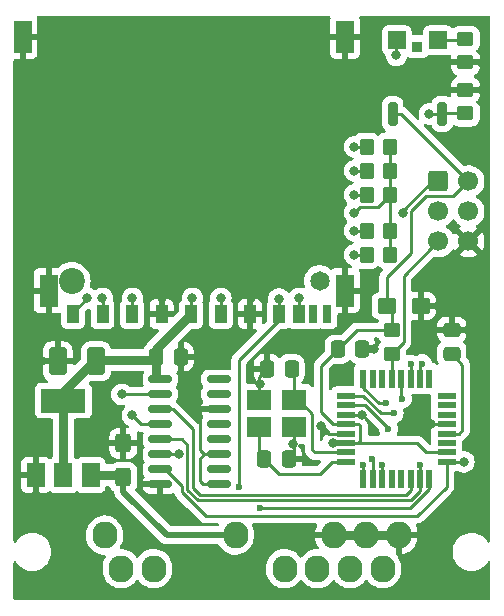
<source format=gbr>
%TF.GenerationSoftware,KiCad,Pcbnew,7.0.9*%
%TF.CreationDate,2023-12-07T13:52:13-06:00*%
%TF.ProjectId,smartportsd-smd,736d6172-7470-46f7-9274-73642d736d64,1.1*%
%TF.SameCoordinates,Original*%
%TF.FileFunction,Copper,L1,Top*%
%TF.FilePolarity,Positive*%
%FSLAX46Y46*%
G04 Gerber Fmt 4.6, Leading zero omitted, Abs format (unit mm)*
G04 Created by KiCad (PCBNEW 7.0.9) date 2023-12-07 13:52:13*
%MOMM*%
%LPD*%
G01*
G04 APERTURE LIST*
G04 Aperture macros list*
%AMRoundRect*
0 Rectangle with rounded corners*
0 $1 Rounding radius*
0 $2 $3 $4 $5 $6 $7 $8 $9 X,Y pos of 4 corners*
0 Add a 4 corners polygon primitive as box body*
4,1,4,$2,$3,$4,$5,$6,$7,$8,$9,$2,$3,0*
0 Add four circle primitives for the rounded corners*
1,1,$1+$1,$2,$3*
1,1,$1+$1,$4,$5*
1,1,$1+$1,$6,$7*
1,1,$1+$1,$8,$9*
0 Add four rect primitives between the rounded corners*
20,1,$1+$1,$2,$3,$4,$5,0*
20,1,$1+$1,$4,$5,$6,$7,0*
20,1,$1+$1,$6,$7,$8,$9,0*
20,1,$1+$1,$8,$9,$2,$3,0*%
G04 Aperture macros list end*
%TA.AperFunction,ComponentPad*%
%ADD10O,2.100000X2.300000*%
%TD*%
%TA.AperFunction,SMDPad,CuDef*%
%ADD11R,1.600000X0.550000*%
%TD*%
%TA.AperFunction,SMDPad,CuDef*%
%ADD12R,0.550000X1.600000*%
%TD*%
%TA.AperFunction,SMDPad,CuDef*%
%ADD13RoundRect,0.250000X0.425000X-0.537500X0.425000X0.537500X-0.425000X0.537500X-0.425000X-0.537500X0*%
%TD*%
%TA.AperFunction,SMDPad,CuDef*%
%ADD14RoundRect,0.250000X0.350000X0.450000X-0.350000X0.450000X-0.350000X-0.450000X0.350000X-0.450000X0*%
%TD*%
%TA.AperFunction,SMDPad,CuDef*%
%ADD15RoundRect,0.250000X0.337500X0.475000X-0.337500X0.475000X-0.337500X-0.475000X0.337500X-0.475000X0*%
%TD*%
%TA.AperFunction,SMDPad,CuDef*%
%ADD16RoundRect,0.250000X-0.450000X0.350000X-0.450000X-0.350000X0.450000X-0.350000X0.450000X0.350000X0*%
%TD*%
%TA.AperFunction,SMDPad,CuDef*%
%ADD17RoundRect,0.200000X0.200000X0.800000X-0.200000X0.800000X-0.200000X-0.800000X0.200000X-0.800000X0*%
%TD*%
%TA.AperFunction,SMDPad,CuDef*%
%ADD18R,2.100000X1.800000*%
%TD*%
%TA.AperFunction,ComponentPad*%
%ADD19C,2.200000*%
%TD*%
%TA.AperFunction,ComponentPad*%
%ADD20C,1.650000*%
%TD*%
%TA.AperFunction,SMDPad,CuDef*%
%ADD21R,1.500000X2.800000*%
%TD*%
%TA.AperFunction,SMDPad,CuDef*%
%ADD22R,0.700000X1.500000*%
%TD*%
%TA.AperFunction,SMDPad,CuDef*%
%ADD23R,1.000000X1.500000*%
%TD*%
%TA.AperFunction,SMDPad,CuDef*%
%ADD24RoundRect,0.250000X-0.537500X-0.425000X0.537500X-0.425000X0.537500X0.425000X-0.537500X0.425000X0*%
%TD*%
%TA.AperFunction,ComponentPad*%
%ADD25C,1.700000*%
%TD*%
%TA.AperFunction,ComponentPad*%
%ADD26RoundRect,0.250000X-0.600000X-0.600000X0.600000X-0.600000X0.600000X0.600000X-0.600000X0.600000X0*%
%TD*%
%TA.AperFunction,SMDPad,CuDef*%
%ADD27R,0.900000X0.900000*%
%TD*%
%TA.AperFunction,SMDPad,CuDef*%
%ADD28R,1.500000X1.500000*%
%TD*%
%TA.AperFunction,SMDPad,CuDef*%
%ADD29RoundRect,0.250001X0.499999X0.924999X-0.499999X0.924999X-0.499999X-0.924999X0.499999X-0.924999X0*%
%TD*%
%TA.AperFunction,SMDPad,CuDef*%
%ADD30RoundRect,0.250000X-0.475000X0.337500X-0.475000X-0.337500X0.475000X-0.337500X0.475000X0.337500X0*%
%TD*%
%TA.AperFunction,SMDPad,CuDef*%
%ADD31RoundRect,0.250000X0.450000X-0.350000X0.450000X0.350000X-0.450000X0.350000X-0.450000X-0.350000X0*%
%TD*%
%TA.AperFunction,SMDPad,CuDef*%
%ADD32R,1.500000X2.000000*%
%TD*%
%TA.AperFunction,SMDPad,CuDef*%
%ADD33R,3.800000X2.000000*%
%TD*%
%TA.AperFunction,SMDPad,CuDef*%
%ADD34RoundRect,0.150000X-0.825000X-0.150000X0.825000X-0.150000X0.825000X0.150000X-0.825000X0.150000X0*%
%TD*%
%TA.AperFunction,ViaPad*%
%ADD35C,0.800000*%
%TD*%
%TA.AperFunction,ViaPad*%
%ADD36C,0.600000*%
%TD*%
%TA.AperFunction,Conductor*%
%ADD37C,0.250000*%
%TD*%
%TA.AperFunction,Conductor*%
%ADD38C,0.500000*%
%TD*%
%TA.AperFunction,Conductor*%
%ADD39C,0.700000*%
%TD*%
%TA.AperFunction,Conductor*%
%ADD40C,0.800000*%
%TD*%
%TA.AperFunction,Conductor*%
%ADD41C,0.400000*%
%TD*%
G04 APERTURE END LIST*
D10*
%TO.P,J1,1,1*%
%TO.N,GND*%
X167238000Y-126850000D03*
%TO.P,J1,2,2*%
X164468000Y-126850000D03*
%TO.P,J1,3,3*%
X161698000Y-126850000D03*
%TO.P,J1,6,6*%
%TO.N,+5V*%
X153388000Y-126850000D03*
%TO.P,J1,10,10*%
%TO.N,/PA5_WR_PROT*%
X142308000Y-126850000D03*
%TO.P,J1,11,P11*%
%TO.N,/PD2_00*%
X165853000Y-129690000D03*
%TO.P,J1,12,P12*%
%TO.N,/PD3_01*%
X163083000Y-129690000D03*
%TO.P,J1,13,P13*%
%TO.N,/PD4_02*%
X160313000Y-129690000D03*
%TO.P,J1,14,P14*%
%TO.N,/PD5_03*%
X157543000Y-129690000D03*
%TO.P,J1,18,P18*%
%TO.N,/PD6_RD_DATA*%
X146463000Y-129690000D03*
%TO.P,J1,19,P19*%
%TO.N,/PD7_WR_DATA*%
X143693000Y-129690000D03*
%TD*%
D11*
%TO.P,U1,1,PD3*%
%TO.N,/PD3_01*%
X162755000Y-115056000D03*
%TO.P,U1,2,PD4*%
%TO.N,/PD4_02*%
X162755000Y-115856000D03*
%TO.P,U1,3,GND*%
%TO.N,GND*%
X162755000Y-116656000D03*
%TO.P,U1,4,VCC*%
%TO.N,+5V*%
X162755000Y-117456000D03*
%TO.P,U1,5,GND*%
%TO.N,GND*%
X162755000Y-118256000D03*
%TO.P,U1,6,VCC*%
%TO.N,+5V*%
X162755000Y-119056000D03*
%TO.P,U1,7,XTAL1/PB6*%
%TO.N,Net-(U1-XTAL1{slash}PB6)*%
X162755000Y-119856000D03*
%TO.P,U1,8,XTAL2/PB7*%
%TO.N,Net-(U1-XTAL2{slash}PB7)*%
X162755000Y-120656000D03*
D12*
%TO.P,U1,9,PD5*%
%TO.N,/PD5_03*%
X164205000Y-122106000D03*
%TO.P,U1,10,PD6*%
%TO.N,/PD6_RD_DATA*%
X165005000Y-122106000D03*
%TO.P,U1,11,PD7*%
%TO.N,/PD7_WR_DATA*%
X165805000Y-122106000D03*
%TO.P,U1,12,PB0*%
%TO.N,unconnected-(U1-PB0-Pad12)*%
X166605000Y-122106000D03*
%TO.P,U1,13,PB1*%
%TO.N,unconnected-(U1-PB1-Pad13)*%
X167405000Y-122106000D03*
%TO.P,U1,14,PB2*%
%TO.N,/CS_D10*%
X168205000Y-122106000D03*
%TO.P,U1,15,PB3*%
%TO.N,/MOSI_D11*%
X169005000Y-122106000D03*
%TO.P,U1,16,PB4*%
%TO.N,/MISO_D12*%
X169805000Y-122106000D03*
D11*
%TO.P,U1,17,PB5*%
%TO.N,/SCK_D13*%
X171255000Y-120656000D03*
%TO.P,U1,18,AVCC*%
%TO.N,+5V*%
X171255000Y-119856000D03*
%TO.P,U1,19,ADC6*%
%TO.N,unconnected-(U1-ADC6-Pad19)*%
X171255000Y-119056000D03*
%TO.P,U1,20,AREF*%
%TO.N,Net-(U1-AREF)*%
X171255000Y-118256000D03*
%TO.P,U1,21,GND*%
%TO.N,GND*%
X171255000Y-117456000D03*
%TO.P,U1,22,ADC7*%
%TO.N,unconnected-(U1-ADC7-Pad22)*%
X171255000Y-116656000D03*
%TO.P,U1,23,PC0*%
%TO.N,unconnected-(U1-PC0-Pad23)*%
X171255000Y-115856000D03*
%TO.P,U1,24,PC1*%
%TO.N,unconnected-(U1-PC1-Pad24)*%
X171255000Y-115056000D03*
D12*
%TO.P,U1,25,PC2*%
%TO.N,unconnected-(U1-PC2-Pad25)*%
X169805000Y-113606000D03*
%TO.P,U1,26,PC3*%
%TO.N,/PA3_EJECT_BUTTON*%
X169005000Y-113606000D03*
%TO.P,U1,27,PC4*%
%TO.N,/PA4_STATUS_LED*%
X168205000Y-113606000D03*
%TO.P,U1,28,PC5*%
%TO.N,/PA5_WR_PROT*%
X167405000Y-113606000D03*
%TO.P,U1,29,~{RESET}/PC6*%
%TO.N,/RESET*%
X166605000Y-113606000D03*
%TO.P,U1,30,PD0*%
%TO.N,unconnected-(U1-PD0-Pad30)*%
X165805000Y-113606000D03*
%TO.P,U1,31,PD1*%
%TO.N,unconnected-(U1-PD1-Pad31)*%
X165005000Y-113606000D03*
%TO.P,U1,32,PD2*%
%TO.N,/PD2_00*%
X164205000Y-113606000D03*
%TD*%
D13*
%TO.P,C7,1*%
%TO.N,+5V*%
X143891000Y-121960500D03*
%TO.P,C7,2*%
%TO.N,GND*%
X143891000Y-119085500D03*
%TD*%
D14*
%TO.P,R6,1*%
%TO.N,+3.3V*%
X166481000Y-101092000D03*
%TO.P,R6,2*%
%TO.N,/MISO_D12*%
X164481000Y-101092000D03*
%TD*%
D15*
%TO.P,C6,1*%
%TO.N,GND*%
X148738500Y-111760000D03*
%TO.P,C6,2*%
%TO.N,+3.3V*%
X146663500Y-111760000D03*
%TD*%
D14*
%TO.P,R8,1*%
%TO.N,+3.3V*%
X166481000Y-93980000D03*
%TO.P,R8,2*%
%TO.N,Net-(J3-DAT2)*%
X164481000Y-93980000D03*
%TD*%
D15*
%TO.P,C2,1*%
%TO.N,Net-(U1-XTAL1{slash}PB6)*%
X158136500Y-112776000D03*
%TO.P,C2,2*%
%TO.N,GND*%
X156061500Y-112776000D03*
%TD*%
D16*
%TO.P,R3,1*%
%TO.N,Net-(D1-K)*%
X172847000Y-84836000D03*
%TO.P,R3,2*%
%TO.N,GND*%
X172847000Y-86836000D03*
%TD*%
%TO.P,R1,1*%
%TO.N,+5V*%
X166624000Y-109490000D03*
%TO.P,R1,2*%
%TO.N,/RESET*%
X166624000Y-111490000D03*
%TD*%
D17*
%TO.P,SW1,1,A*%
%TO.N,/PA3_EJECT_BUTTON*%
X170883000Y-91186000D03*
%TO.P,SW1,2,B*%
%TO.N,+5V*%
X166683000Y-91186000D03*
%TD*%
D18*
%TO.P,Y1,1,1*%
%TO.N,Net-(U1-XTAL2{slash}PB7)*%
X155395000Y-117736000D03*
%TO.P,Y1,2,2*%
%TO.N,GND*%
X158295000Y-117736000D03*
%TO.P,Y1,3,3*%
%TO.N,Net-(U1-XTAL1{slash}PB6)*%
X158295000Y-115436000D03*
%TO.P,Y1,4,4*%
%TO.N,GND*%
X155395000Y-115436000D03*
%TD*%
D14*
%TO.P,R5,1*%
%TO.N,+3.3V*%
X166481000Y-98044000D03*
%TO.P,R5,2*%
%TO.N,Net-(J3-CMD{slash}DI)*%
X164481000Y-98044000D03*
%TD*%
D19*
%TO.P,J3,17*%
%TO.N,N/C*%
X139506000Y-105346000D03*
D20*
%TO.P,J3,16*%
X160506000Y-105346000D03*
D21*
%TO.P,J3,15,SHELL_GND*%
%TO.N,GND*%
X137556000Y-106146000D03*
%TO.P,J3,14,SHELL_GND*%
X162656000Y-106146000D03*
%TO.P,J3,13,SHELL_GND*%
X135356000Y-84646000D03*
%TO.P,J3,12,SHELL_GND*%
X162656000Y-84646000D03*
D22*
%TO.P,J3,11,WRITE_PROTECTION*%
%TO.N,unconnected-(J3-WRITE_PROTECTION-Pad11)*%
X161161000Y-108146000D03*
%TO.P,J3,10,CARD_DETECT*%
%TO.N,unconnected-(J3-CARD_DETECT-Pad10)*%
X159961000Y-108146000D03*
D23*
%TO.P,J3,9,DAT2*%
%TO.N,Net-(J3-DAT2)*%
X139631000Y-108146000D03*
%TO.P,J3,8,DAT1*%
%TO.N,Net-(J3-DAT1)*%
X158761000Y-108146000D03*
%TO.P,J3,7,DAT0/DO*%
%TO.N,/MISO_D12*%
X157061000Y-108146000D03*
%TO.P,J3,6,GND*%
%TO.N,GND*%
X154631000Y-108146000D03*
%TO.P,J3,5,CLK/SCLK*%
%TO.N,Net-(J3-CLK{slash}SCLK)*%
X152131000Y-108146000D03*
%TO.P,J3,4,VCC*%
%TO.N,+3.3V*%
X149631000Y-108146000D03*
%TO.P,J3,3,GND*%
%TO.N,GND*%
X147131000Y-108146000D03*
%TO.P,J3,2,CMD/DI*%
%TO.N,Net-(J3-CMD{slash}DI)*%
X144631000Y-108146000D03*
%TO.P,J3,1,DAT3/CS*%
%TO.N,Net-(J3-DAT3{slash}CS)*%
X142131000Y-108146000D03*
%TD*%
D24*
%TO.P,C5,1*%
%TO.N,+5V*%
X166202500Y-107442000D03*
%TO.P,C5,2*%
%TO.N,GND*%
X169077500Y-107442000D03*
%TD*%
D25*
%TO.P,J2,6,Pin_6*%
%TO.N,GND*%
X173101000Y-101981000D03*
%TO.P,J2,5,Pin_5*%
%TO.N,/RESET*%
X170561000Y-101981000D03*
%TO.P,J2,4,Pin_4*%
%TO.N,/MOSI_D11*%
X173101000Y-99441000D03*
%TO.P,J2,3,Pin_3*%
%TO.N,/SCK_D13*%
X170561000Y-99441000D03*
%TO.P,J2,2,Pin_2*%
%TO.N,+5V*%
X173101000Y-96901000D03*
D26*
%TO.P,J2,1,Pin_1*%
%TO.N,/MISO_D12*%
X170561000Y-96901000D03*
%TD*%
D14*
%TO.P,R4,1*%
%TO.N,+3.3V*%
X166481000Y-96012000D03*
%TO.P,R4,2*%
%TO.N,Net-(J3-DAT3{slash}CS)*%
X164481000Y-96012000D03*
%TD*%
D27*
%TO.P,D1,*%
%TO.N,*%
X168783000Y-85513000D03*
D28*
%TO.P,D1,1,K*%
%TO.N,Net-(D1-K)*%
X170533000Y-84963000D03*
%TO.P,D1,2,A*%
%TO.N,/PA4_STATUS_LED*%
X167033000Y-84963000D03*
%TD*%
D29*
%TO.P,C8,1*%
%TO.N,+3.3V*%
X141579000Y-112141000D03*
%TO.P,C8,2*%
%TO.N,GND*%
X138329000Y-112141000D03*
%TD*%
D30*
%TO.P,C1,1*%
%TO.N,GND*%
X171704000Y-109452500D03*
%TO.P,C1,2*%
%TO.N,Net-(U1-AREF)*%
X171704000Y-111527500D03*
%TD*%
D14*
%TO.P,R7,1*%
%TO.N,+3.3V*%
X166481000Y-103124000D03*
%TO.P,R7,2*%
%TO.N,Net-(J3-DAT1)*%
X164481000Y-103124000D03*
%TD*%
D31*
%TO.P,R2,1*%
%TO.N,/PA3_EJECT_BUTTON*%
X172847000Y-91154000D03*
%TO.P,R2,2*%
%TO.N,GND*%
X172847000Y-89154000D03*
%TD*%
D15*
%TO.P,C3,1*%
%TO.N,GND*%
X157882500Y-120396000D03*
%TO.P,C3,2*%
%TO.N,Net-(U1-XTAL2{slash}PB7)*%
X155807500Y-120396000D03*
%TD*%
%TO.P,C4,1*%
%TO.N,GND*%
X164105500Y-111125000D03*
%TO.P,C4,2*%
%TO.N,+5V*%
X162030500Y-111125000D03*
%TD*%
D32*
%TO.P,U3,1,GND*%
%TO.N,GND*%
X136511000Y-121768000D03*
%TO.P,U3,2,VO*%
%TO.N,+3.3V*%
X138811000Y-121768000D03*
D33*
X138811000Y-115468000D03*
D32*
%TO.P,U3,3,VI*%
%TO.N,+5V*%
X141111000Y-121768000D03*
%TD*%
D34*
%TO.P,U2,1,VCC*%
%TO.N,+3.3V*%
X147004000Y-113665000D03*
%TO.P,U2,2*%
%TO.N,Net-(J3-DAT3{slash}CS)*%
X147004000Y-114935000D03*
%TO.P,U2,3*%
%TO.N,/CS_D10*%
X147004000Y-116205000D03*
%TO.P,U2,4*%
%TO.N,Net-(J3-CMD{slash}DI)*%
X147004000Y-117475000D03*
%TO.P,U2,5*%
%TO.N,/MOSI_D11*%
X147004000Y-118745000D03*
%TO.P,U2,6*%
%TO.N,Net-(J3-CLK{slash}SCLK)*%
X147004000Y-120015000D03*
%TO.P,U2,7*%
%TO.N,/SCK_D13*%
X147004000Y-121285000D03*
%TO.P,U2,8,VSS*%
%TO.N,GND*%
X147004000Y-122555000D03*
%TO.P,U2,9*%
X151954000Y-122555000D03*
%TO.P,U2,10*%
%TO.N,unconnected-(U2-Pad10)*%
X151954000Y-121285000D03*
%TO.P,U2,11*%
%TO.N,GND*%
X151954000Y-120015000D03*
%TO.P,U2,12*%
%TO.N,unconnected-(U2-Pad12)*%
X151954000Y-118745000D03*
%TO.P,U2,13*%
%TO.N,N/C*%
X151954000Y-117475000D03*
%TO.P,U2,14*%
%TO.N,GND*%
X151954000Y-116205000D03*
%TO.P,U2,15*%
%TO.N,unconnected-(U2-Pad15)*%
X151954000Y-114935000D03*
%TO.P,U2,16*%
%TO.N,N/C*%
X151954000Y-113665000D03*
%TD*%
D35*
%TO.N,GND*%
X174244000Y-86868000D03*
X174244000Y-89154000D03*
X170561000Y-107442000D03*
X173101000Y-109474000D03*
X169418000Y-130556000D03*
X170434000Y-126873000D03*
D36*
%TO.N,/PD7_WR_DATA*%
X165762500Y-120950927D03*
D35*
%TO.N,/PA4_STATUS_LED*%
X167005000Y-86233000D03*
%TO.N,/SCK_D13*%
X172720000Y-120650000D03*
%TO.N,/MISO_D12*%
X167550500Y-99568000D03*
%TO.N,/PA3_EJECT_BUTTON*%
X169799000Y-91186000D03*
%TO.N,GND*%
X139319000Y-101854000D03*
X164084000Y-116713000D03*
X147193000Y-106807000D03*
X141478000Y-117602000D03*
X136017000Y-118618000D03*
X137033000Y-112141000D03*
X142240000Y-115824000D03*
X137287000Y-118618000D03*
X141478000Y-118618000D03*
X155448000Y-114046000D03*
X165100000Y-111125000D03*
X141478000Y-119634000D03*
X169926000Y-117475000D03*
X136525000Y-123444000D03*
X160655000Y-117602000D03*
X149098000Y-92202000D03*
X136017000Y-117602000D03*
X140335000Y-117602000D03*
X137287000Y-117602000D03*
X140335000Y-119634000D03*
X159639000Y-84709000D03*
X154686000Y-106807000D03*
X152146000Y-112268000D03*
X162560000Y-113411000D03*
X138938000Y-84836000D03*
X136017000Y-119634000D03*
X137287000Y-119634000D03*
X158242000Y-119126000D03*
X140335000Y-118618000D03*
D36*
%TO.N,/PA4_STATUS_LED*%
X168224556Y-112396762D03*
D35*
%TO.N,+5V*%
X161643986Y-119043516D03*
D36*
%TO.N,/PA5_WR_PROT*%
X167513000Y-115316000D03*
D35*
%TO.N,Net-(J3-DAT3{slash}CS)*%
X143764000Y-114935000D03*
X142113000Y-106807000D03*
X163449000Y-96012000D03*
%TO.N,Net-(J3-CMD{slash}DI)*%
X144653000Y-106807000D03*
X163449000Y-98044000D03*
X144653000Y-116713000D03*
%TO.N,+3.3V*%
X163449000Y-99568000D03*
X149733000Y-106807000D03*
D36*
%TO.N,/PD2_00*%
X166116000Y-115697000D03*
D35*
%TO.N,Net-(J3-CLK{slash}SCLK)*%
X148590000Y-120015000D03*
X152146000Y-106807000D03*
D36*
%TO.N,/MISO_D12*%
X153670000Y-122809000D03*
X155448000Y-124595500D03*
D35*
X163449000Y-101092000D03*
X157061000Y-106845000D03*
%TO.N,Net-(J3-DAT1)*%
X158750000Y-106807000D03*
X163449000Y-103124000D03*
%TO.N,Net-(J3-DAT2)*%
X140843000Y-106807000D03*
X163449000Y-93980000D03*
D36*
%TO.N,/PD3_01*%
X166811500Y-116525500D03*
%TO.N,/PD4_02*%
X166336500Y-117856000D03*
%TO.N,/PD5_03*%
X164211000Y-120904000D03*
%TO.N,/MOSI_D11*%
X169037000Y-120904000D03*
%TO.N,/PD6_RD_DATA*%
X164973000Y-120396000D03*
%TO.N,/PA3_EJECT_BUTTON*%
X169189400Y-112344200D03*
%TD*%
D37*
%TO.N,+3.3V*%
X165456000Y-99069000D02*
X166481000Y-98044000D01*
X163948000Y-99069000D02*
X165456000Y-99069000D01*
X163449000Y-99568000D02*
X163948000Y-99069000D01*
%TO.N,/MOSI_D11*%
X169037000Y-120904000D02*
X169005000Y-120936000D01*
X169005000Y-120936000D02*
X169005000Y-122106000D01*
%TO.N,/PD4_02*%
X164382208Y-115856000D02*
X162755000Y-115856000D01*
X166336500Y-117810292D02*
X164382208Y-115856000D01*
X166336500Y-117856000D02*
X166336500Y-117810292D01*
%TO.N,/PD7_WR_DATA*%
X165805000Y-120993427D02*
X165762500Y-120950927D01*
X165805000Y-122106000D02*
X165805000Y-120993427D01*
D38*
%TO.N,+5V*%
X147574000Y-126873000D02*
X153365000Y-126873000D01*
X143891000Y-123190000D02*
X147574000Y-126873000D01*
D37*
%TO.N,/RESET*%
X167649000Y-104893000D02*
X170053000Y-102489000D01*
X167649000Y-110465000D02*
X167649000Y-104893000D01*
X166624000Y-111490000D02*
X167649000Y-110465000D01*
%TO.N,+5V*%
X171831000Y-98171000D02*
X173101000Y-96901000D01*
X169545000Y-98171000D02*
X171831000Y-98171000D01*
X168275500Y-99440500D02*
X169545000Y-98171000D01*
X168275500Y-102949600D02*
X168275500Y-99440500D01*
X166202500Y-105022600D02*
X168275500Y-102949600D01*
X166202500Y-107442000D02*
X166202500Y-105022600D01*
X166624000Y-109490000D02*
X166624000Y-107863500D01*
X167386000Y-91186000D02*
X166683000Y-91186000D01*
X173101000Y-96901000D02*
X167386000Y-91186000D01*
%TO.N,/MISO_D12*%
X167550500Y-99568000D02*
X167550500Y-99403500D01*
X167550500Y-99403500D02*
X170053000Y-96901000D01*
%TO.N,Net-(J3-DAT1)*%
X163449000Y-103124000D02*
X164481000Y-103124000D01*
%TO.N,/MISO_D12*%
X163449000Y-101092000D02*
X164481000Y-101092000D01*
%TO.N,+5V*%
X163665500Y-109490000D02*
X162030500Y-111125000D01*
X166624000Y-109490000D02*
X163665500Y-109490000D01*
%TO.N,/PA3_EJECT_BUTTON*%
X172847000Y-91154000D02*
X170915000Y-91154000D01*
X169799000Y-91186000D02*
X170883000Y-91186000D01*
%TO.N,/PA4_STATUS_LED*%
X167005000Y-86233000D02*
X167005000Y-84991000D01*
%TO.N,Net-(D1-K)*%
X170533000Y-84963000D02*
X172720000Y-84963000D01*
%TO.N,/SCK_D13*%
X172714000Y-120656000D02*
X172720000Y-120650000D01*
X171255000Y-120656000D02*
X172714000Y-120656000D01*
%TO.N,Net-(J3-DAT2)*%
X163449000Y-93980000D02*
X164481000Y-93980000D01*
%TO.N,Net-(J3-DAT3{slash}CS)*%
X163449000Y-96012000D02*
X164481000Y-96012000D01*
%TO.N,Net-(J3-CMD{slash}DI)*%
X163449000Y-98044000D02*
X164481000Y-98044000D01*
%TO.N,+3.3V*%
X166497000Y-93996000D02*
X166497000Y-103108000D01*
%TO.N,Net-(U1-AREF)*%
X172593000Y-112416500D02*
X171704000Y-111527500D01*
X172305000Y-118256000D02*
X172593000Y-117968000D01*
X171255000Y-118256000D02*
X172305000Y-118256000D01*
X172593000Y-117968000D02*
X172593000Y-112416500D01*
%TO.N,GND*%
X150749000Y-120015000D02*
X150368000Y-119634000D01*
X161309000Y-118256000D02*
X162755000Y-118256000D01*
X150368000Y-120396000D02*
X150749000Y-120015000D01*
X150495000Y-116205000D02*
X151954000Y-116205000D01*
X155395000Y-113442500D02*
X155395000Y-115436000D01*
X150749000Y-120015000D02*
X151954000Y-120015000D01*
X162755000Y-116656000D02*
X164027000Y-116656000D01*
X160655000Y-117602000D02*
X161309000Y-118256000D01*
X150368000Y-116332000D02*
X150495000Y-116205000D01*
X164027000Y-116656000D02*
X164084000Y-116713000D01*
D39*
X165100000Y-111125000D02*
X164105500Y-111125000D01*
D37*
X150368000Y-119634000D02*
X150368000Y-116332000D01*
X156061500Y-112776000D02*
X155395000Y-113442500D01*
X158295000Y-117736000D02*
X158295000Y-119983500D01*
D40*
X161592000Y-126850000D02*
X167132000Y-126850000D01*
D37*
X169926000Y-117475000D02*
X171236000Y-117475000D01*
X150368000Y-122301000D02*
X150368000Y-120396000D01*
X150622000Y-122555000D02*
X150368000Y-122301000D01*
X151954000Y-122555000D02*
X150622000Y-122555000D01*
%TO.N,/PA4_STATUS_LED*%
X168205000Y-112416318D02*
X168205000Y-113606000D01*
X168224556Y-112396762D02*
X168205000Y-112416318D01*
D38*
%TO.N,+5V*%
X143891000Y-123190000D02*
X143891000Y-121960500D01*
D37*
X163805000Y-117456000D02*
X163957000Y-117608000D01*
D41*
X161643986Y-119043516D02*
X161688502Y-118999000D01*
D37*
X161690000Y-117456000D02*
X161671000Y-117475000D01*
D40*
X143698500Y-121768000D02*
X141111000Y-121768000D01*
D37*
X168713000Y-119056000D02*
X169513000Y-119856000D01*
X169513000Y-119856000D02*
X171255000Y-119856000D01*
X160655000Y-116459000D02*
X160655000Y-112500500D01*
X162755000Y-117456000D02*
X161690000Y-117456000D01*
X162755000Y-119056000D02*
X168713000Y-119056000D01*
D41*
X161688502Y-118999000D02*
X162698000Y-118999000D01*
D37*
X163957000Y-118872000D02*
X163773000Y-119056000D01*
X161671000Y-117475000D02*
X160655000Y-116459000D01*
X163957000Y-117608000D02*
X163957000Y-118872000D01*
X160655000Y-112500500D02*
X162030500Y-111125000D01*
X163773000Y-119056000D02*
X162755000Y-119056000D01*
X162755000Y-117456000D02*
X163805000Y-117456000D01*
%TO.N,Net-(U1-XTAL1{slash}PB6)*%
X162755000Y-119856000D02*
X160115000Y-119856000D01*
X160115000Y-119856000D02*
X159893000Y-119634000D01*
X159893000Y-119634000D02*
X159893000Y-116586000D01*
X158295000Y-112934500D02*
X158295000Y-115436000D01*
X159893000Y-116586000D02*
X158743000Y-115436000D01*
%TO.N,Net-(U1-XTAL2{slash}PB7)*%
X155395000Y-119983500D02*
X155395000Y-117736000D01*
X162755000Y-120656000D02*
X161544000Y-120656000D01*
X160534000Y-121666000D02*
X157077500Y-121666000D01*
X157077500Y-121666000D02*
X155807500Y-120396000D01*
X161544000Y-120656000D02*
X160534000Y-121666000D01*
%TO.N,/PA5_WR_PROT*%
X167405000Y-113606000D02*
X167405000Y-115208000D01*
X167405000Y-115208000D02*
X167513000Y-115316000D01*
%TO.N,Net-(J3-DAT3{slash}CS)*%
X142131000Y-108146000D02*
X142131000Y-106825000D01*
X142131000Y-106825000D02*
X142113000Y-106807000D01*
X143764000Y-114935000D02*
X147004000Y-114935000D01*
%TO.N,Net-(J3-CMD{slash}DI)*%
X144653000Y-116713000D02*
X145415000Y-117475000D01*
X144631000Y-108146000D02*
X144631000Y-106829000D01*
X145415000Y-117475000D02*
X147004000Y-117475000D01*
X144631000Y-106829000D02*
X144653000Y-106807000D01*
D40*
%TO.N,+3.3V*%
X138811000Y-114721500D02*
X141391500Y-112141000D01*
X146663500Y-111760000D02*
X146663500Y-113324500D01*
X138811000Y-121768000D02*
X138811000Y-115468000D01*
D37*
X146663500Y-113324500D02*
X147004000Y-113665000D01*
D40*
X146663500Y-111113500D02*
X149631000Y-108146000D01*
D37*
X149631000Y-108146000D02*
X149631000Y-106909000D01*
D40*
X146409500Y-112014000D02*
X146663500Y-111760000D01*
X146663500Y-111760000D02*
X146663500Y-111113500D01*
X141518500Y-112014000D02*
X146409500Y-112014000D01*
D37*
X149631000Y-106909000D02*
X149733000Y-106807000D01*
%TO.N,/PD2_00*%
X164205000Y-114406000D02*
X164205000Y-113606000D01*
X165496000Y-115697000D02*
X164205000Y-114406000D01*
X166116000Y-115697000D02*
X165496000Y-115697000D01*
%TO.N,Net-(J3-CLK{slash}SCLK)*%
X148590000Y-120015000D02*
X147004000Y-120015000D01*
X152131000Y-108146000D02*
X152131000Y-106822000D01*
X152131000Y-106822000D02*
X152146000Y-106807000D01*
%TO.N,/MISO_D12*%
X168140896Y-124595500D02*
X169805000Y-122931396D01*
X155448000Y-124595500D02*
X168140896Y-124595500D01*
X157061000Y-108146000D02*
X157061000Y-106845000D01*
X153670000Y-112014000D02*
X153670000Y-122809000D01*
X157061000Y-108623000D02*
X153670000Y-112014000D01*
X169805000Y-122931396D02*
X169805000Y-122106000D01*
%TO.N,Net-(J3-DAT1)*%
X158761000Y-106818000D02*
X158750000Y-106807000D01*
X158761000Y-108146000D02*
X158761000Y-106818000D01*
%TO.N,Net-(J3-DAT2)*%
X139631000Y-108019000D02*
X140843000Y-106807000D01*
%TO.N,/PD3_01*%
X165688104Y-116525500D02*
X166811500Y-116525500D01*
X164218604Y-115056000D02*
X165688104Y-116525500D01*
X162755000Y-115056000D02*
X164218604Y-115056000D01*
%TO.N,/PD5_03*%
X164211000Y-120904000D02*
X164211000Y-122100000D01*
%TO.N,/CS_D10*%
X167792000Y-123444000D02*
X150377188Y-123444000D01*
X149765000Y-117888000D02*
X148082000Y-116205000D01*
X168205000Y-122106000D02*
X168205000Y-123031000D01*
X168205000Y-123031000D02*
X167792000Y-123444000D01*
X149765000Y-122831812D02*
X149765000Y-117888000D01*
X150377188Y-123444000D02*
X149765000Y-122831812D01*
X148082000Y-116205000D02*
X147004000Y-116205000D01*
%TO.N,/MOSI_D11*%
X150190792Y-123894000D02*
X168206000Y-123894000D01*
X169005000Y-123095000D02*
X169005000Y-122106000D01*
X168206000Y-123894000D02*
X169005000Y-123095000D01*
X148844000Y-118745000D02*
X149315000Y-119216000D01*
X149315000Y-119216000D02*
X149315000Y-123018208D01*
X149315000Y-123018208D02*
X150190792Y-123894000D01*
X147004000Y-118745000D02*
X148844000Y-118745000D01*
%TO.N,/SCK_D13*%
X148865000Y-122703000D02*
X148865000Y-123204604D01*
X168783000Y-125222000D02*
X171255000Y-122750000D01*
X147447000Y-121285000D02*
X148865000Y-122703000D01*
X148865000Y-123204604D02*
X150882396Y-125222000D01*
X171255000Y-122750000D02*
X171255000Y-120656000D01*
X150882396Y-125222000D02*
X168783000Y-125222000D01*
%TO.N,/PD6_RD_DATA*%
X165005000Y-122106000D02*
X165005000Y-120428000D01*
X165005000Y-120428000D02*
X164973000Y-120396000D01*
%TO.N,/PA3_EJECT_BUTTON*%
X169005000Y-112528600D02*
X169005000Y-113606000D01*
X169189400Y-112344200D02*
X169005000Y-112528600D01*
%TO.N,/RESET*%
X166605000Y-113606000D02*
X166605000Y-111471000D01*
%TD*%
%TA.AperFunction,Conductor*%
%TO.N,GND*%
G36*
X163683123Y-126670857D02*
G01*
X163662938Y-126850000D01*
X163683123Y-127029143D01*
X163709316Y-127104000D01*
X162456684Y-127104000D01*
X162482877Y-127029143D01*
X162503062Y-126850000D01*
X162482877Y-126670857D01*
X162456684Y-126596000D01*
X163709316Y-126596000D01*
X163683123Y-126670857D01*
G37*
%TD.AperFunction*%
%TA.AperFunction,Conductor*%
G36*
X166453123Y-126670857D02*
G01*
X166432938Y-126850000D01*
X166453123Y-127029143D01*
X166479316Y-127104000D01*
X165226684Y-127104000D01*
X165252877Y-127029143D01*
X165273062Y-126850000D01*
X165252877Y-126670857D01*
X165226684Y-126596000D01*
X166479316Y-126596000D01*
X166453123Y-126670857D01*
G37*
%TD.AperFunction*%
%TA.AperFunction,Conductor*%
G36*
X145611585Y-112942502D02*
G01*
X145658078Y-112996158D01*
X145668182Y-113066432D01*
X145651917Y-113112639D01*
X145569856Y-113251394D01*
X145523437Y-113411170D01*
X145520500Y-113448494D01*
X145520500Y-113881506D01*
X145523437Y-113918829D01*
X145569855Y-114078602D01*
X145589229Y-114111361D01*
X145606688Y-114180178D01*
X145584171Y-114247509D01*
X145528826Y-114291978D01*
X145480775Y-114301500D01*
X144472200Y-114301500D01*
X144404079Y-114281498D01*
X144378563Y-114259810D01*
X144375252Y-114256133D01*
X144220752Y-114143882D01*
X144046288Y-114066206D01*
X143859487Y-114026500D01*
X143668513Y-114026500D01*
X143481711Y-114066206D01*
X143307247Y-114143882D01*
X143152744Y-114256135D01*
X143024965Y-114398048D01*
X143024958Y-114398058D01*
X142929476Y-114563438D01*
X142929473Y-114563445D01*
X142870457Y-114745072D01*
X142850496Y-114935000D01*
X142870457Y-115124927D01*
X142900526Y-115217470D01*
X142929473Y-115306556D01*
X142929476Y-115306561D01*
X143024958Y-115471941D01*
X143024965Y-115471951D01*
X143152744Y-115613864D01*
X143152747Y-115613866D01*
X143307248Y-115726118D01*
X143481712Y-115803794D01*
X143668513Y-115843500D01*
X143859490Y-115843500D01*
X143904307Y-115833973D01*
X143917842Y-115831096D01*
X143988633Y-115836497D01*
X144045266Y-115879313D01*
X144069761Y-115945950D01*
X144054341Y-116015252D01*
X144037678Y-116038652D01*
X143913961Y-116176054D01*
X143913958Y-116176058D01*
X143823348Y-116333000D01*
X143818473Y-116341444D01*
X143806854Y-116377204D01*
X143759457Y-116523072D01*
X143739496Y-116713000D01*
X143759457Y-116902927D01*
X143787063Y-116987886D01*
X143818473Y-117084556D01*
X143818476Y-117084561D01*
X143913958Y-117249941D01*
X143913965Y-117249951D01*
X144041744Y-117391864D01*
X144061031Y-117405877D01*
X144196248Y-117504118D01*
X144288287Y-117545096D01*
X144296815Y-117548893D01*
X144350911Y-117594873D01*
X144371560Y-117662801D01*
X144352208Y-117731109D01*
X144298997Y-117778110D01*
X144245566Y-117790000D01*
X144145000Y-117790000D01*
X144145000Y-118831500D01*
X145074000Y-118831500D01*
X145074000Y-118497483D01*
X145063394Y-118393681D01*
X145063392Y-118393669D01*
X145006709Y-118222611D01*
X145004268Y-118151656D01*
X145040576Y-118090646D01*
X145104105Y-118058951D01*
X145172704Y-118065829D01*
X145179932Y-118068690D01*
X145179940Y-118068695D01*
X145179948Y-118068697D01*
X145199558Y-118073732D01*
X145218267Y-118080137D01*
X145236855Y-118088181D01*
X145283477Y-118095564D01*
X145289262Y-118096763D01*
X145334970Y-118108500D01*
X145355224Y-118108500D01*
X145374934Y-118110051D01*
X145377141Y-118110400D01*
X145394943Y-118113220D01*
X145429007Y-118110000D01*
X145441917Y-118108780D01*
X145447850Y-118108500D01*
X145480775Y-118108500D01*
X145548896Y-118128502D01*
X145595389Y-118182158D01*
X145605493Y-118252432D01*
X145589229Y-118298639D01*
X145569855Y-118331397D01*
X145523437Y-118491170D01*
X145520500Y-118528494D01*
X145520500Y-118961506D01*
X145523437Y-118998829D01*
X145569856Y-119158605D01*
X145654543Y-119301802D01*
X145655298Y-119302775D01*
X145655652Y-119303676D01*
X145658582Y-119308631D01*
X145657782Y-119309103D01*
X145681244Y-119368861D01*
X145667342Y-119438483D01*
X145655298Y-119457225D01*
X145654543Y-119458197D01*
X145569856Y-119601394D01*
X145523437Y-119761170D01*
X145520500Y-119798494D01*
X145520500Y-120231506D01*
X145523437Y-120268829D01*
X145569856Y-120428605D01*
X145654543Y-120571802D01*
X145655298Y-120572775D01*
X145655652Y-120573676D01*
X145658582Y-120578631D01*
X145657782Y-120579103D01*
X145681244Y-120638861D01*
X145667342Y-120708483D01*
X145655298Y-120727225D01*
X145654543Y-120728197D01*
X145569856Y-120871394D01*
X145523437Y-121031170D01*
X145520500Y-121068494D01*
X145520500Y-121501506D01*
X145523437Y-121538829D01*
X145569856Y-121698605D01*
X145654544Y-121841803D01*
X145655615Y-121843184D01*
X145656117Y-121844463D01*
X145658582Y-121848631D01*
X145657909Y-121849028D01*
X145681562Y-121909270D01*
X145667662Y-121978892D01*
X145655614Y-121997639D01*
X145654946Y-121998499D01*
X145570318Y-122141598D01*
X145524007Y-122301000D01*
X147132000Y-122301000D01*
X147200121Y-122321002D01*
X147246614Y-122374658D01*
X147258000Y-122427000D01*
X147258000Y-123362999D01*
X147895458Y-123362999D01*
X147932750Y-123360065D01*
X148100013Y-123311470D01*
X148100764Y-123314057D01*
X148158306Y-123306954D01*
X148222285Y-123337731D01*
X148255040Y-123384906D01*
X148263893Y-123407266D01*
X148265816Y-123412883D01*
X148278982Y-123458197D01*
X148289294Y-123475635D01*
X148297988Y-123493383D01*
X148305444Y-123512213D01*
X148305450Y-123512224D01*
X148333177Y-123550387D01*
X148336437Y-123555350D01*
X148360460Y-123595969D01*
X148374779Y-123610288D01*
X148387617Y-123625318D01*
X148397156Y-123638447D01*
X148399528Y-123641711D01*
X148426045Y-123663648D01*
X148435886Y-123671789D01*
X148440267Y-123675775D01*
X149291992Y-124527500D01*
X150375151Y-125610660D01*
X150385116Y-125623097D01*
X150385343Y-125622910D01*
X150390395Y-125629017D01*
X150441475Y-125676984D01*
X150462619Y-125698129D01*
X150462623Y-125698132D01*
X150462626Y-125698135D01*
X150468178Y-125702442D01*
X150472665Y-125706273D01*
X150494248Y-125726541D01*
X150507073Y-125738585D01*
X150507075Y-125738586D01*
X150524824Y-125748343D01*
X150541349Y-125759198D01*
X150557355Y-125771614D01*
X150597545Y-125789005D01*
X150600658Y-125790352D01*
X150605979Y-125792958D01*
X150647336Y-125815695D01*
X150647344Y-125815697D01*
X150666954Y-125820732D01*
X150685663Y-125827137D01*
X150704251Y-125835181D01*
X150750873Y-125842564D01*
X150756658Y-125843763D01*
X150802366Y-125855500D01*
X150822620Y-125855500D01*
X150842330Y-125857051D01*
X150844537Y-125857400D01*
X150862339Y-125860220D01*
X150896266Y-125857012D01*
X150909313Y-125855780D01*
X150915246Y-125855500D01*
X151888931Y-125855500D01*
X151957052Y-125875502D01*
X152003545Y-125929158D01*
X152013649Y-125999432D01*
X152000499Y-126040053D01*
X151996822Y-126047058D01*
X151947455Y-126098078D01*
X151885257Y-126114500D01*
X147940371Y-126114500D01*
X147872250Y-126094498D01*
X147851276Y-126077595D01*
X144919276Y-123145595D01*
X144885250Y-123083283D01*
X144890315Y-123012468D01*
X144912064Y-122978664D01*
X144910477Y-122977410D01*
X144915024Y-122971657D01*
X144915030Y-122971652D01*
X145008115Y-122820738D01*
X145012005Y-122809000D01*
X145524007Y-122809000D01*
X145570318Y-122968401D01*
X145654948Y-123111501D01*
X145654949Y-123111503D01*
X145772496Y-123229050D01*
X145772498Y-123229051D01*
X145915598Y-123313681D01*
X146075251Y-123360065D01*
X146075249Y-123360065D01*
X146112539Y-123363000D01*
X146112540Y-123363000D01*
X146750000Y-123362999D01*
X146750000Y-122809000D01*
X145524007Y-122809000D01*
X145012005Y-122809000D01*
X145063887Y-122652426D01*
X145074500Y-122548545D01*
X145074499Y-121372456D01*
X145063887Y-121268574D01*
X145008115Y-121100262D01*
X144915030Y-120949348D01*
X144915029Y-120949347D01*
X144915024Y-120949341D01*
X144789658Y-120823975D01*
X144789652Y-120823970D01*
X144757293Y-120804011D01*
X144638738Y-120730885D01*
X144539532Y-120698012D01*
X144470427Y-120675113D01*
X144470420Y-120675112D01*
X144366553Y-120664500D01*
X143415455Y-120664500D01*
X143311574Y-120675112D01*
X143143261Y-120730885D01*
X142992347Y-120823970D01*
X142986590Y-120828523D01*
X142985467Y-120827102D01*
X142931410Y-120856621D01*
X142904627Y-120859500D01*
X142495500Y-120859500D01*
X142427379Y-120839498D01*
X142380886Y-120785842D01*
X142369500Y-120733500D01*
X142369500Y-120719367D01*
X142369499Y-120719350D01*
X142362990Y-120658803D01*
X142362988Y-120658795D01*
X142322776Y-120550985D01*
X142311889Y-120521796D01*
X142311888Y-120521794D01*
X142311887Y-120521792D01*
X142224261Y-120404738D01*
X142107207Y-120317112D01*
X142107202Y-120317110D01*
X141970204Y-120266011D01*
X141970196Y-120266009D01*
X141909649Y-120259500D01*
X141909638Y-120259500D01*
X140312362Y-120259500D01*
X140312350Y-120259500D01*
X140251803Y-120266009D01*
X140251795Y-120266011D01*
X140114797Y-120317110D01*
X140114793Y-120317112D01*
X140036507Y-120375716D01*
X139969987Y-120400526D01*
X139900613Y-120385434D01*
X139885490Y-120375715D01*
X139807203Y-120317110D01*
X139801462Y-120314969D01*
X139744628Y-120272419D01*
X139719821Y-120205898D01*
X139719500Y-120196915D01*
X139719500Y-119339500D01*
X142708000Y-119339500D01*
X142708000Y-119673516D01*
X142718605Y-119777318D01*
X142718606Y-119777321D01*
X142774342Y-119945525D01*
X142867365Y-120096339D01*
X142867370Y-120096345D01*
X142992654Y-120221629D01*
X142992660Y-120221634D01*
X143143474Y-120314657D01*
X143311678Y-120370393D01*
X143311681Y-120370394D01*
X143415483Y-120380999D01*
X143415483Y-120381000D01*
X143637000Y-120381000D01*
X143637000Y-119339500D01*
X144145000Y-119339500D01*
X144145000Y-120381000D01*
X144366517Y-120381000D01*
X144366516Y-120380999D01*
X144470318Y-120370394D01*
X144470321Y-120370393D01*
X144638525Y-120314657D01*
X144789339Y-120221634D01*
X144789345Y-120221629D01*
X144914629Y-120096345D01*
X144914634Y-120096339D01*
X145007657Y-119945525D01*
X145063393Y-119777321D01*
X145063394Y-119777318D01*
X145073999Y-119673516D01*
X145074000Y-119673516D01*
X145074000Y-119339500D01*
X144145000Y-119339500D01*
X143637000Y-119339500D01*
X142708000Y-119339500D01*
X139719500Y-119339500D01*
X139719500Y-118831500D01*
X142708000Y-118831500D01*
X143637000Y-118831500D01*
X143637000Y-117790000D01*
X143415483Y-117790000D01*
X143311681Y-117800605D01*
X143311678Y-117800606D01*
X143143474Y-117856342D01*
X142992660Y-117949365D01*
X142992654Y-117949370D01*
X142867370Y-118074654D01*
X142867365Y-118074660D01*
X142774342Y-118225474D01*
X142718606Y-118393678D01*
X142718605Y-118393681D01*
X142708000Y-118497483D01*
X142708000Y-118831500D01*
X139719500Y-118831500D01*
X139719500Y-117102500D01*
X139739502Y-117034379D01*
X139793158Y-116987886D01*
X139845500Y-116976500D01*
X140759632Y-116976500D01*
X140759638Y-116976500D01*
X140759645Y-116976499D01*
X140759649Y-116976499D01*
X140820196Y-116969990D01*
X140820199Y-116969989D01*
X140820201Y-116969989D01*
X140957204Y-116918889D01*
X140957325Y-116918799D01*
X141074261Y-116831261D01*
X141161887Y-116714207D01*
X141161887Y-116714206D01*
X141161889Y-116714204D01*
X141205960Y-116596045D01*
X141212988Y-116577204D01*
X141212990Y-116577196D01*
X141219499Y-116516649D01*
X141219500Y-116516632D01*
X141219500Y-114419367D01*
X141219499Y-114419350D01*
X141212990Y-114358803D01*
X141212988Y-114358795D01*
X141174697Y-114256135D01*
X141161889Y-114221796D01*
X141161888Y-114221794D01*
X141161887Y-114221792D01*
X141074261Y-114104738D01*
X141002966Y-114051368D01*
X140960419Y-113994533D01*
X140955354Y-113923717D01*
X140989379Y-113861405D01*
X141051692Y-113827380D01*
X141078475Y-113824500D01*
X142129552Y-113824500D01*
X142198798Y-113817424D01*
X142233425Y-113813887D01*
X142401738Y-113758115D01*
X142552651Y-113665030D01*
X142678030Y-113539651D01*
X142771115Y-113388738D01*
X142826887Y-113220425D01*
X142830696Y-113183139D01*
X142837500Y-113116552D01*
X142837500Y-113048500D01*
X142857502Y-112980379D01*
X142911158Y-112933886D01*
X142963500Y-112922500D01*
X145543464Y-112922500D01*
X145611585Y-112942502D01*
G37*
%TD.AperFunction*%
%TA.AperFunction,Conductor*%
G36*
X159201621Y-119164002D02*
G01*
X159248114Y-119217658D01*
X159259500Y-119270000D01*
X159259500Y-119550146D01*
X159257751Y-119565988D01*
X159258044Y-119566016D01*
X159257298Y-119573907D01*
X159259500Y-119643957D01*
X159259500Y-119673851D01*
X159259501Y-119673872D01*
X159260378Y-119680820D01*
X159260844Y-119686732D01*
X159262326Y-119733888D01*
X159262327Y-119733893D01*
X159267977Y-119753339D01*
X159271986Y-119772697D01*
X159274525Y-119792793D01*
X159274526Y-119792799D01*
X159291893Y-119836662D01*
X159293816Y-119842279D01*
X159306982Y-119887593D01*
X159317294Y-119905031D01*
X159325988Y-119922779D01*
X159333444Y-119941609D01*
X159333450Y-119941620D01*
X159361177Y-119979783D01*
X159364437Y-119984746D01*
X159388460Y-120025365D01*
X159402779Y-120039684D01*
X159415617Y-120054714D01*
X159419336Y-120059832D01*
X159427528Y-120071107D01*
X159450830Y-120090384D01*
X159463886Y-120101185D01*
X159468267Y-120105171D01*
X159560011Y-120196915D01*
X159607753Y-120244657D01*
X159617720Y-120257097D01*
X159617947Y-120256910D01*
X159622999Y-120263017D01*
X159674095Y-120310999D01*
X159695225Y-120332130D01*
X159700768Y-120336430D01*
X159705281Y-120340285D01*
X159739679Y-120372586D01*
X159739680Y-120372586D01*
X159739682Y-120372588D01*
X159757429Y-120382344D01*
X159773959Y-120393202D01*
X159789959Y-120405613D01*
X159821136Y-120419104D01*
X159833251Y-120424347D01*
X159838585Y-120426959D01*
X159879940Y-120449695D01*
X159899562Y-120454733D01*
X159918263Y-120461135D01*
X159936855Y-120469181D01*
X159983470Y-120476563D01*
X159989242Y-120477758D01*
X160034970Y-120489500D01*
X160055231Y-120489500D01*
X160074939Y-120491050D01*
X160094943Y-120494219D01*
X160128459Y-120491051D01*
X160141910Y-120489780D01*
X160147842Y-120489500D01*
X160510405Y-120489500D01*
X160578526Y-120509502D01*
X160625019Y-120563158D01*
X160635123Y-120633432D01*
X160605629Y-120698012D01*
X160599505Y-120704590D01*
X160447474Y-120856621D01*
X160308499Y-120995596D01*
X160246187Y-121029621D01*
X160219404Y-121032500D01*
X159104000Y-121032500D01*
X159035879Y-121012498D01*
X158989386Y-120958842D01*
X158978000Y-120906500D01*
X158978000Y-120650000D01*
X157754500Y-120650000D01*
X157686379Y-120629998D01*
X157639886Y-120576342D01*
X157628500Y-120524000D01*
X157628500Y-120268000D01*
X157648502Y-120199879D01*
X157702158Y-120153386D01*
X157754500Y-120142000D01*
X158978000Y-120142000D01*
X158978000Y-119870483D01*
X158967394Y-119766681D01*
X158967393Y-119766678D01*
X158911657Y-119598474D01*
X158818634Y-119447660D01*
X158818629Y-119447654D01*
X158730070Y-119359095D01*
X158696044Y-119296783D01*
X158701109Y-119225968D01*
X158743656Y-119169132D01*
X158810176Y-119144321D01*
X158819165Y-119144000D01*
X159133500Y-119144000D01*
X159201621Y-119164002D01*
G37*
%TD.AperFunction*%
%TA.AperFunction,Conductor*%
G36*
X168681350Y-114914499D02*
G01*
X168681355Y-114914499D01*
X168681362Y-114914500D01*
X168681368Y-114914500D01*
X169328632Y-114914500D01*
X169328638Y-114914500D01*
X169328645Y-114914499D01*
X169328649Y-114914499D01*
X169391532Y-114907739D01*
X169418468Y-114907739D01*
X169481350Y-114914499D01*
X169481355Y-114914499D01*
X169481362Y-114914500D01*
X169820500Y-114914500D01*
X169888621Y-114934502D01*
X169935114Y-114988158D01*
X169946500Y-115040500D01*
X169946500Y-115379649D01*
X169953261Y-115442532D01*
X169953261Y-115469468D01*
X169946500Y-115532350D01*
X169946500Y-116179649D01*
X169953261Y-116242532D01*
X169953261Y-116269468D01*
X169946500Y-116332350D01*
X169946500Y-116979632D01*
X169946501Y-116979652D01*
X169953513Y-117044884D01*
X169953513Y-117071818D01*
X169947001Y-117132394D01*
X169947000Y-117132414D01*
X169947000Y-117202000D01*
X169959602Y-117202000D01*
X170027723Y-117222002D01*
X170060470Y-117252491D01*
X170091738Y-117294261D01*
X170173052Y-117355132D01*
X170215599Y-117411968D01*
X170220663Y-117482784D01*
X170186638Y-117545096D01*
X170173052Y-117556868D01*
X170091738Y-117617738D01*
X170060470Y-117659509D01*
X170003634Y-117702056D01*
X169959602Y-117710000D01*
X169947000Y-117710000D01*
X169947000Y-117779585D01*
X169947001Y-117779605D01*
X169953513Y-117840182D01*
X169953513Y-117867116D01*
X169946501Y-117932347D01*
X169946500Y-117932367D01*
X169946500Y-118579649D01*
X169953261Y-118642532D01*
X169953261Y-118669468D01*
X169946500Y-118732350D01*
X169946500Y-119089406D01*
X169926498Y-119157527D01*
X169872842Y-119204020D01*
X169802568Y-119214124D01*
X169737988Y-119184630D01*
X169731405Y-119178501D01*
X169220247Y-118667343D01*
X169210280Y-118654902D01*
X169210053Y-118655091D01*
X169204999Y-118648981D01*
X169153920Y-118601015D01*
X169132777Y-118579871D01*
X169132772Y-118579866D01*
X169127225Y-118575563D01*
X169122717Y-118571712D01*
X169088325Y-118539417D01*
X169088319Y-118539413D01*
X169070563Y-118529651D01*
X169054047Y-118518802D01*
X169038041Y-118506386D01*
X169002876Y-118491169D01*
X168994740Y-118487648D01*
X168989408Y-118485036D01*
X168948061Y-118462305D01*
X168928436Y-118457266D01*
X168909736Y-118450864D01*
X168891145Y-118442819D01*
X168891143Y-118442818D01*
X168891142Y-118442818D01*
X168844542Y-118435437D01*
X168838729Y-118434233D01*
X168793030Y-118422500D01*
X168772776Y-118422500D01*
X168753066Y-118420949D01*
X168733057Y-118417780D01*
X168733056Y-118417780D01*
X168686083Y-118422220D01*
X168680150Y-118422500D01*
X167163382Y-118422500D01*
X167095261Y-118402498D01*
X167048768Y-118348842D01*
X167038664Y-118278568D01*
X167056694Y-118229465D01*
X167061608Y-118221642D01*
X167069543Y-118209015D01*
X167129717Y-118037047D01*
X167150116Y-117856000D01*
X167129717Y-117674953D01*
X167069543Y-117502985D01*
X167044810Y-117463623D01*
X167025505Y-117395304D01*
X167046200Y-117327390D01*
X167100327Y-117281447D01*
X167109859Y-117277667D01*
X167164515Y-117258543D01*
X167318781Y-117161611D01*
X167447611Y-117032781D01*
X167544543Y-116878515D01*
X167604717Y-116706547D01*
X167625116Y-116525500D01*
X167604717Y-116344453D01*
X167581097Y-116276953D01*
X167577478Y-116206051D01*
X167612767Y-116144446D01*
X167675760Y-116111699D01*
X167685909Y-116110133D01*
X167694047Y-116109217D01*
X167866015Y-116049043D01*
X168020281Y-115952111D01*
X168149111Y-115823281D01*
X168246043Y-115669015D01*
X168306217Y-115497047D01*
X168326616Y-115316000D01*
X168306217Y-115134953D01*
X168287727Y-115082114D01*
X168284108Y-115011211D01*
X168319397Y-114949606D01*
X168382391Y-114916859D01*
X168406657Y-114914500D01*
X168528632Y-114914500D01*
X168528638Y-114914500D01*
X168528645Y-114914499D01*
X168528649Y-114914499D01*
X168591532Y-114907739D01*
X168618468Y-114907739D01*
X168681350Y-114914499D01*
G37*
%TD.AperFunction*%
%TA.AperFunction,Conductor*%
G36*
X160735012Y-117435371D02*
G01*
X160741591Y-117441495D01*
X160959604Y-117659509D01*
X161172283Y-117872188D01*
X161187399Y-117890460D01*
X161192026Y-117897269D01*
X161192028Y-117897271D01*
X161235660Y-117935738D01*
X161238508Y-117938413D01*
X161251230Y-117951135D01*
X161258807Y-117957012D01*
X161265430Y-117962150D01*
X161268479Y-117964672D01*
X161310845Y-118002023D01*
X161348716Y-118062075D01*
X161348108Y-118133069D01*
X161309214Y-118192465D01*
X161278769Y-118211644D01*
X161187233Y-118252398D01*
X161032730Y-118364651D01*
X160904951Y-118506564D01*
X160904944Y-118506574D01*
X160809462Y-118671954D01*
X160809459Y-118671960D01*
X160789837Y-118732350D01*
X160772333Y-118786221D01*
X160732259Y-118844826D01*
X160666862Y-118872463D01*
X160596905Y-118860356D01*
X160544600Y-118812349D01*
X160526500Y-118747284D01*
X160526500Y-117530595D01*
X160546502Y-117462474D01*
X160600158Y-117415981D01*
X160670432Y-117405877D01*
X160735012Y-117435371D01*
G37*
%TD.AperFunction*%
%TA.AperFunction,Conductor*%
G36*
X164135735Y-116509502D02*
G01*
X164156709Y-116526405D01*
X165496351Y-117866047D01*
X165530377Y-117928359D01*
X165532464Y-117941032D01*
X165534292Y-117957255D01*
X165543283Y-118037047D01*
X165543283Y-118037049D01*
X165543284Y-118037050D01*
X165603457Y-118209015D01*
X165616306Y-118229465D01*
X165635611Y-118297786D01*
X165614915Y-118365699D01*
X165560787Y-118411642D01*
X165509618Y-118422500D01*
X164716500Y-118422500D01*
X164648379Y-118402498D01*
X164601886Y-118348842D01*
X164590500Y-118296500D01*
X164590500Y-117691849D01*
X164592249Y-117676012D01*
X164591955Y-117675985D01*
X164592701Y-117668092D01*
X164590500Y-117598059D01*
X164590500Y-117568151D01*
X164590500Y-117568144D01*
X164589620Y-117561185D01*
X164589155Y-117555280D01*
X164587673Y-117508110D01*
X164582022Y-117488663D01*
X164578012Y-117469300D01*
X164577757Y-117467279D01*
X164575474Y-117449203D01*
X164558100Y-117405323D01*
X164556184Y-117399725D01*
X164543018Y-117354406D01*
X164532700Y-117336961D01*
X164524005Y-117319209D01*
X164516553Y-117300385D01*
X164516550Y-117300379D01*
X164488818Y-117262210D01*
X164485562Y-117257253D01*
X164461542Y-117216637D01*
X164461540Y-117216635D01*
X164461540Y-117216634D01*
X164447218Y-117202312D01*
X164434377Y-117187279D01*
X164422471Y-117170892D01*
X164411252Y-117161611D01*
X164386108Y-117140810D01*
X164381736Y-117136831D01*
X164312244Y-117067339D01*
X164302279Y-117054901D01*
X164302052Y-117055090D01*
X164297001Y-117048984D01*
X164297000Y-117048982D01*
X164279745Y-117032779D01*
X164245921Y-117001016D01*
X164224777Y-116979871D01*
X164224772Y-116979866D01*
X164219225Y-116975563D01*
X164214717Y-116971712D01*
X164180325Y-116939417D01*
X164180319Y-116939413D01*
X164162563Y-116929651D01*
X164146047Y-116918802D01*
X164130041Y-116906386D01*
X164099289Y-116893078D01*
X164086740Y-116887648D01*
X164081408Y-116885036D01*
X164040061Y-116862305D01*
X164020436Y-116857266D01*
X164001736Y-116850864D01*
X163996051Y-116848404D01*
X163983145Y-116842819D01*
X163974155Y-116841395D01*
X163918363Y-116817815D01*
X163836947Y-116756868D01*
X163794400Y-116700033D01*
X163789335Y-116629217D01*
X163823360Y-116566905D01*
X163836947Y-116555132D01*
X163891049Y-116514632D01*
X163957570Y-116489821D01*
X163966558Y-116489500D01*
X164067614Y-116489500D01*
X164135735Y-116509502D01*
G37*
%TD.AperFunction*%
%TA.AperFunction,Conductor*%
G36*
X163159734Y-112061980D02*
G01*
X163167161Y-112070551D01*
X163169369Y-112073344D01*
X163294654Y-112198629D01*
X163294660Y-112198634D01*
X163445475Y-112291657D01*
X163467160Y-112298843D01*
X163525532Y-112339257D01*
X163552788Y-112404813D01*
X163540275Y-112474698D01*
X163528397Y-112493956D01*
X163479112Y-112559793D01*
X163479110Y-112559797D01*
X163428011Y-112696795D01*
X163428009Y-112696803D01*
X163421500Y-112757350D01*
X163421500Y-114146500D01*
X163401498Y-114214621D01*
X163347842Y-114261114D01*
X163295500Y-114272500D01*
X161906350Y-114272500D01*
X161845803Y-114279009D01*
X161845795Y-114279011D01*
X161708797Y-114330110D01*
X161708792Y-114330112D01*
X161591740Y-114417737D01*
X161515368Y-114519758D01*
X161458532Y-114562304D01*
X161387716Y-114567368D01*
X161325404Y-114533343D01*
X161291379Y-114471031D01*
X161288500Y-114444248D01*
X161288500Y-112815094D01*
X161308502Y-112746973D01*
X161325405Y-112725999D01*
X161656000Y-112395404D01*
X161718312Y-112361378D01*
X161745095Y-112358499D01*
X162418544Y-112358499D01*
X162522426Y-112347887D01*
X162690738Y-112292115D01*
X162841652Y-112199030D01*
X162967030Y-112073652D01*
X162967037Y-112073639D01*
X162969478Y-112070554D01*
X162971709Y-112068973D01*
X162972220Y-112068463D01*
X162972307Y-112068550D01*
X163027416Y-112029521D01*
X163098340Y-112026324D01*
X163159734Y-112061980D01*
G37*
%TD.AperFunction*%
%TA.AperFunction,Conductor*%
G36*
X165455481Y-110143502D02*
G01*
X165494601Y-110183353D01*
X165574970Y-110313652D01*
X165574975Y-110313658D01*
X165662222Y-110400905D01*
X165696248Y-110463217D01*
X165691183Y-110534032D01*
X165662222Y-110579095D01*
X165574975Y-110666341D01*
X165574970Y-110666347D01*
X165498677Y-110790038D01*
X165481885Y-110817262D01*
X165456632Y-110893474D01*
X165446605Y-110923733D01*
X165406191Y-110982105D01*
X165340635Y-111009361D01*
X165270749Y-110996848D01*
X165218723Y-110948538D01*
X165201000Y-110884101D01*
X165201000Y-110599483D01*
X165190394Y-110495681D01*
X165190393Y-110495678D01*
X165134656Y-110327472D01*
X165127362Y-110315646D01*
X165108625Y-110247167D01*
X165129885Y-110179428D01*
X165184392Y-110133937D01*
X165234603Y-110123500D01*
X165387360Y-110123500D01*
X165455481Y-110143502D01*
G37*
%TD.AperFunction*%
%TA.AperFunction,Conductor*%
G36*
X171914225Y-100116669D02*
G01*
X171936480Y-100142353D01*
X171947476Y-100159183D01*
X172025275Y-100278265D01*
X172025279Y-100278270D01*
X172177762Y-100443908D01*
X172219636Y-100476500D01*
X172355424Y-100582189D01*
X172389205Y-100600470D01*
X172439596Y-100650482D01*
X172454949Y-100719799D01*
X172430389Y-100786412D01*
X172389208Y-100822097D01*
X172355700Y-100840230D01*
X172335310Y-100856099D01*
X172335310Y-100856101D01*
X172973411Y-101494202D01*
X172958685Y-101496320D01*
X172827900Y-101556048D01*
X172719239Y-101650202D01*
X172641507Y-101771156D01*
X172616638Y-101855849D01*
X171977921Y-101217132D01*
X171977920Y-101217132D01*
X171936780Y-101280102D01*
X171882776Y-101326190D01*
X171812428Y-101335765D01*
X171748071Y-101305787D01*
X171725822Y-101280111D01*
X171636722Y-101143732D01*
X171484240Y-100978094D01*
X171484239Y-100978093D01*
X171484237Y-100978091D01*
X171386568Y-100902072D01*
X171306576Y-100839811D01*
X171273319Y-100821813D01*
X171222929Y-100771802D01*
X171207576Y-100702485D01*
X171232136Y-100635872D01*
X171273320Y-100600186D01*
X171306576Y-100582189D01*
X171484240Y-100443906D01*
X171636722Y-100278268D01*
X171725518Y-100142354D01*
X171779520Y-100096268D01*
X171849868Y-100086692D01*
X171914225Y-100116669D01*
G37*
%TD.AperFunction*%
%TA.AperFunction,Conductor*%
G36*
X161379327Y-82920502D02*
G01*
X161425820Y-82974158D01*
X161435924Y-83044432D01*
X161429262Y-83070533D01*
X161404505Y-83136907D01*
X161398000Y-83197402D01*
X161398000Y-84392000D01*
X163914000Y-84392000D01*
X163914000Y-83197414D01*
X163913999Y-83197402D01*
X163907494Y-83136907D01*
X163882738Y-83070533D01*
X163877673Y-82999717D01*
X163911698Y-82937405D01*
X163974010Y-82903380D01*
X164000794Y-82900500D01*
X174833500Y-82900500D01*
X174901621Y-82920502D01*
X174948114Y-82974158D01*
X174959500Y-83026500D01*
X174959500Y-127357162D01*
X174939498Y-127425283D01*
X174885842Y-127471776D01*
X174815568Y-127481880D01*
X174750988Y-127452386D01*
X174726068Y-127422997D01*
X174666841Y-127326348D01*
X174666833Y-127326337D01*
X174503224Y-127134775D01*
X174311662Y-126971166D01*
X174311660Y-126971165D01*
X174311659Y-126971164D01*
X174096859Y-126839534D01*
X173864111Y-126743127D01*
X173864109Y-126743126D01*
X173696536Y-126702896D01*
X173619148Y-126684317D01*
X173572081Y-126680612D01*
X173430885Y-126669500D01*
X173430882Y-126669500D01*
X173305118Y-126669500D01*
X173305115Y-126669500D01*
X173116852Y-126684317D01*
X172871890Y-126743126D01*
X172639142Y-126839533D01*
X172424339Y-126971165D01*
X172424337Y-126971166D01*
X172232775Y-127134775D01*
X172069166Y-127326337D01*
X172069165Y-127326339D01*
X171937533Y-127541142D01*
X171841126Y-127773890D01*
X171790002Y-127986842D01*
X171782317Y-128018852D01*
X171762551Y-128270000D01*
X171781421Y-128509769D01*
X171782317Y-128521147D01*
X171841126Y-128766109D01*
X171928536Y-128977135D01*
X171937534Y-128998859D01*
X172050276Y-129182837D01*
X172069165Y-129213660D01*
X172069166Y-129213662D01*
X172232775Y-129405224D01*
X172424337Y-129568833D01*
X172424341Y-129568836D01*
X172639141Y-129700466D01*
X172871889Y-129796873D01*
X173116852Y-129855683D01*
X173269155Y-129867669D01*
X173305115Y-129870500D01*
X173305118Y-129870500D01*
X173430885Y-129870500D01*
X173464692Y-129867839D01*
X173619148Y-129855683D01*
X173864111Y-129796873D01*
X174096859Y-129700466D01*
X174311659Y-129568836D01*
X174503224Y-129405224D01*
X174666836Y-129213659D01*
X174726068Y-129117000D01*
X174778715Y-129069371D01*
X174848756Y-129057764D01*
X174913954Y-129085867D01*
X174953608Y-129144757D01*
X174959500Y-129182837D01*
X174959500Y-132210600D01*
X174939498Y-132278721D01*
X174885842Y-132325214D01*
X174833500Y-132336600D01*
X134712500Y-132336600D01*
X134644379Y-132316598D01*
X134597886Y-132262942D01*
X134586500Y-132210600D01*
X134586500Y-129182837D01*
X134606502Y-129114716D01*
X134660158Y-129068223D01*
X134730432Y-129058119D01*
X134795012Y-129087613D01*
X134819930Y-129116999D01*
X134879164Y-129213659D01*
X134879165Y-129213660D01*
X134879166Y-129213662D01*
X135042775Y-129405224D01*
X135234337Y-129568833D01*
X135234341Y-129568836D01*
X135449141Y-129700466D01*
X135681889Y-129796873D01*
X135926852Y-129855683D01*
X136079155Y-129867669D01*
X136115115Y-129870500D01*
X136115118Y-129870500D01*
X136240885Y-129870500D01*
X136274692Y-129867839D01*
X136429148Y-129855683D01*
X136674111Y-129796873D01*
X136906859Y-129700466D01*
X137121659Y-129568836D01*
X137313224Y-129405224D01*
X137476836Y-129213659D01*
X137608466Y-128998859D01*
X137704873Y-128766111D01*
X137763683Y-128521148D01*
X137783449Y-128270000D01*
X137763683Y-128018852D01*
X137704873Y-127773889D01*
X137608466Y-127541141D01*
X137476836Y-127326341D01*
X137476833Y-127326337D01*
X137313224Y-127134775D01*
X137170417Y-127012807D01*
X140749500Y-127012807D01*
X140764677Y-127200809D01*
X140824897Y-127445137D01*
X140923527Y-127676626D01*
X140923530Y-127676631D01*
X141058013Y-127889301D01*
X141224877Y-128077651D01*
X141224881Y-128077654D01*
X141419786Y-128236789D01*
X141419785Y-128236789D01*
X141419788Y-128236791D01*
X141419791Y-128236793D01*
X141524689Y-128297356D01*
X141637708Y-128362608D01*
X141637710Y-128362608D01*
X141872988Y-128451837D01*
X142119532Y-128502170D01*
X142308115Y-128509769D01*
X142375375Y-128532498D01*
X142419669Y-128587982D01*
X142426935Y-128658606D01*
X142403772Y-128711359D01*
X142371486Y-128754324D01*
X142254547Y-128977135D01*
X142174864Y-129215816D01*
X142174862Y-129215825D01*
X142134501Y-129464175D01*
X142134500Y-129464189D01*
X142134500Y-129852807D01*
X142149677Y-130040809D01*
X142209897Y-130285137D01*
X142308527Y-130516626D01*
X142308530Y-130516631D01*
X142443013Y-130729301D01*
X142609877Y-130917651D01*
X142609881Y-130917654D01*
X142804786Y-131076789D01*
X142804785Y-131076789D01*
X142804788Y-131076791D01*
X142804791Y-131076793D01*
X142909689Y-131137356D01*
X143022708Y-131202608D01*
X143022710Y-131202608D01*
X143257988Y-131291837D01*
X143504532Y-131342170D01*
X143755959Y-131352302D01*
X144005754Y-131321971D01*
X144247441Y-131251965D01*
X144247444Y-131251965D01*
X144247445Y-131251964D01*
X144247450Y-131251963D01*
X144474785Y-131144091D01*
X144681873Y-131001149D01*
X144863349Y-130826839D01*
X144977061Y-130675515D01*
X145033972Y-130633074D01*
X145104797Y-130628139D01*
X145167047Y-130662277D01*
X145184282Y-130683866D01*
X145204499Y-130715837D01*
X145213015Y-130729303D01*
X145299429Y-130826844D01*
X145379877Y-130917651D01*
X145379881Y-130917654D01*
X145574786Y-131076789D01*
X145574785Y-131076789D01*
X145574788Y-131076791D01*
X145574791Y-131076793D01*
X145679689Y-131137356D01*
X145792708Y-131202608D01*
X145792710Y-131202608D01*
X146027988Y-131291837D01*
X146274532Y-131342170D01*
X146525959Y-131352302D01*
X146775754Y-131321971D01*
X147017441Y-131251965D01*
X147017444Y-131251965D01*
X147017445Y-131251964D01*
X147017450Y-131251963D01*
X147244785Y-131144091D01*
X147451873Y-131001149D01*
X147633349Y-130826839D01*
X147784514Y-130625675D01*
X147901452Y-130402867D01*
X147981135Y-130164187D01*
X148021500Y-129915815D01*
X148021500Y-129527197D01*
X148016413Y-129464189D01*
X148006322Y-129339190D01*
X148006322Y-129339186D01*
X147946103Y-129094867D01*
X147946102Y-129094862D01*
X147847472Y-128863373D01*
X147847469Y-128863368D01*
X147712986Y-128650698D01*
X147590377Y-128512301D01*
X147546123Y-128462349D01*
X147484411Y-128411963D01*
X147351213Y-128303210D01*
X147351214Y-128303210D01*
X147133291Y-128177391D01*
X147133287Y-128177390D01*
X146898015Y-128088164D01*
X146898014Y-128088163D01*
X146898012Y-128088163D01*
X146651468Y-128037830D01*
X146462873Y-128030230D01*
X146400042Y-128027698D01*
X146400035Y-128027698D01*
X146150244Y-128058029D01*
X146150242Y-128058029D01*
X145908560Y-128128033D01*
X145908555Y-128128034D01*
X145681217Y-128235907D01*
X145474135Y-128378844D01*
X145474118Y-128378858D01*
X145292656Y-128553155D01*
X145292655Y-128553157D01*
X145292651Y-128553161D01*
X145185215Y-128696132D01*
X145178940Y-128704483D01*
X145122026Y-128746925D01*
X145051201Y-128751860D01*
X144988951Y-128717721D01*
X144971716Y-128696132D01*
X144947986Y-128658606D01*
X144942985Y-128650697D01*
X144776123Y-128462349D01*
X144714411Y-128411963D01*
X144581213Y-128303210D01*
X144581214Y-128303210D01*
X144363291Y-128177391D01*
X144363287Y-128177390D01*
X144128015Y-128088164D01*
X144128014Y-128088163D01*
X144128012Y-128088163D01*
X143881468Y-128037830D01*
X143864423Y-128037143D01*
X143692883Y-128030230D01*
X143625623Y-128007501D01*
X143581329Y-127952016D01*
X143574063Y-127881392D01*
X143597226Y-127828642D01*
X143629514Y-127785675D01*
X143746452Y-127562867D01*
X143826135Y-127324187D01*
X143866500Y-127075815D01*
X143866500Y-126687197D01*
X143866267Y-126684317D01*
X143851444Y-126500697D01*
X143851322Y-126499186D01*
X143791103Y-126254867D01*
X143791102Y-126254862D01*
X143692472Y-126023373D01*
X143692469Y-126023368D01*
X143557986Y-125810698D01*
X143391122Y-125622348D01*
X143391118Y-125622345D01*
X143376806Y-125610660D01*
X143196213Y-125463210D01*
X143196214Y-125463210D01*
X142978291Y-125337391D01*
X142978287Y-125337390D01*
X142743015Y-125248164D01*
X142743014Y-125248163D01*
X142743012Y-125248163D01*
X142496468Y-125197830D01*
X142370754Y-125192764D01*
X142245042Y-125187698D01*
X142245035Y-125187698D01*
X141995244Y-125218029D01*
X141995242Y-125218029D01*
X141753560Y-125288033D01*
X141753555Y-125288034D01*
X141526217Y-125395907D01*
X141319135Y-125538844D01*
X141319118Y-125538858D01*
X141137656Y-125713155D01*
X141137654Y-125713157D01*
X141137651Y-125713161D01*
X140986486Y-125914325D01*
X140986485Y-125914327D01*
X140869547Y-126137135D01*
X140789864Y-126375816D01*
X140789862Y-126375825D01*
X140749501Y-126624175D01*
X140749500Y-126624189D01*
X140749500Y-127012807D01*
X137170417Y-127012807D01*
X137121662Y-126971166D01*
X137121660Y-126971165D01*
X137121659Y-126971164D01*
X136906859Y-126839534D01*
X136674111Y-126743127D01*
X136674109Y-126743126D01*
X136506536Y-126702896D01*
X136429148Y-126684317D01*
X136382081Y-126680612D01*
X136240885Y-126669500D01*
X136240882Y-126669500D01*
X136115118Y-126669500D01*
X136115115Y-126669500D01*
X135926852Y-126684317D01*
X135681890Y-126743126D01*
X135449142Y-126839533D01*
X135234339Y-126971165D01*
X135234337Y-126971166D01*
X135042775Y-127134775D01*
X134879166Y-127326337D01*
X134879158Y-127326348D01*
X134819932Y-127422997D01*
X134767285Y-127470628D01*
X134697243Y-127482235D01*
X134632046Y-127454132D01*
X134592392Y-127395241D01*
X134586500Y-127357162D01*
X134586500Y-122022000D01*
X135253000Y-122022000D01*
X135253000Y-122816597D01*
X135259505Y-122877093D01*
X135310555Y-123013964D01*
X135310555Y-123013965D01*
X135398095Y-123130904D01*
X135515034Y-123218444D01*
X135651906Y-123269494D01*
X135712402Y-123275999D01*
X135712415Y-123276000D01*
X136257000Y-123276000D01*
X136257000Y-122022000D01*
X135253000Y-122022000D01*
X134586500Y-122022000D01*
X134586500Y-121514000D01*
X135253000Y-121514000D01*
X136257000Y-121514000D01*
X136257000Y-120260000D01*
X135712402Y-120260000D01*
X135651906Y-120266505D01*
X135515035Y-120317555D01*
X135515034Y-120317555D01*
X135398095Y-120405095D01*
X135310555Y-120522034D01*
X135310555Y-120522035D01*
X135259505Y-120658906D01*
X135253000Y-120719402D01*
X135253000Y-121514000D01*
X134586500Y-121514000D01*
X134586500Y-116516649D01*
X136402500Y-116516649D01*
X136409009Y-116577196D01*
X136409011Y-116577204D01*
X136460110Y-116714202D01*
X136460112Y-116714207D01*
X136547738Y-116831261D01*
X136664792Y-116918887D01*
X136664794Y-116918888D01*
X136664796Y-116918889D01*
X136680856Y-116924879D01*
X136801795Y-116969988D01*
X136801803Y-116969990D01*
X136862350Y-116976499D01*
X136862355Y-116976499D01*
X136862362Y-116976500D01*
X137776500Y-116976500D01*
X137844621Y-116996502D01*
X137891114Y-117050158D01*
X137902500Y-117102500D01*
X137902500Y-120196915D01*
X137882498Y-120265036D01*
X137828842Y-120311529D01*
X137820538Y-120314969D01*
X137814797Y-120317110D01*
X137736091Y-120376028D01*
X137669570Y-120400838D01*
X137600196Y-120385746D01*
X137585074Y-120376027D01*
X137506965Y-120317556D01*
X137506964Y-120317555D01*
X137370093Y-120266505D01*
X137309597Y-120260000D01*
X136765000Y-120260000D01*
X136765000Y-123276000D01*
X137309585Y-123276000D01*
X137309597Y-123275999D01*
X137370093Y-123269494D01*
X137506964Y-123218444D01*
X137506966Y-123218443D01*
X137585072Y-123159973D01*
X137651592Y-123135161D01*
X137720966Y-123150252D01*
X137736091Y-123159972D01*
X137814792Y-123218887D01*
X137814794Y-123218888D01*
X137814796Y-123218889D01*
X137871726Y-123240123D01*
X137951795Y-123269988D01*
X137951803Y-123269990D01*
X138012350Y-123276499D01*
X138012355Y-123276499D01*
X138012362Y-123276500D01*
X138012368Y-123276500D01*
X139609632Y-123276500D01*
X139609638Y-123276500D01*
X139609645Y-123276499D01*
X139609649Y-123276499D01*
X139670196Y-123269990D01*
X139670199Y-123269989D01*
X139670201Y-123269989D01*
X139677966Y-123267093D01*
X139689045Y-123262960D01*
X139807204Y-123218889D01*
X139885491Y-123160283D01*
X139952011Y-123135473D01*
X140021385Y-123150564D01*
X140036503Y-123160279D01*
X140114200Y-123218443D01*
X140114796Y-123218889D01*
X140251795Y-123269988D01*
X140251803Y-123269990D01*
X140312350Y-123276499D01*
X140312355Y-123276499D01*
X140312362Y-123276500D01*
X140312368Y-123276500D01*
X141909632Y-123276500D01*
X141909638Y-123276500D01*
X141909645Y-123276499D01*
X141909649Y-123276499D01*
X141970196Y-123269990D01*
X141970199Y-123269989D01*
X141970201Y-123269989D01*
X141977966Y-123267093D01*
X141989045Y-123262960D01*
X142107204Y-123218889D01*
X142107799Y-123218444D01*
X142224261Y-123131261D01*
X142311887Y-123014207D01*
X142311887Y-123014206D01*
X142311889Y-123014204D01*
X142361368Y-122881547D01*
X142362988Y-122877204D01*
X142362990Y-122877196D01*
X142369499Y-122816649D01*
X142369500Y-122816632D01*
X142369500Y-122802500D01*
X142389502Y-122734379D01*
X142443158Y-122687886D01*
X142495500Y-122676500D01*
X142635104Y-122676500D01*
X142703225Y-122696502D01*
X142749718Y-122750158D01*
X142754708Y-122762867D01*
X142773883Y-122820734D01*
X142773884Y-122820736D01*
X142773885Y-122820738D01*
X142840132Y-122928141D01*
X142866970Y-122971652D01*
X142866975Y-122971658D01*
X142992341Y-123097024D01*
X142992347Y-123097029D01*
X142992348Y-123097030D01*
X143074194Y-123147513D01*
X143121671Y-123200298D01*
X143133194Y-123240123D01*
X143136347Y-123267093D01*
X143143112Y-123344419D01*
X143144596Y-123351606D01*
X143144531Y-123351619D01*
X143146165Y-123358989D01*
X143146229Y-123358975D01*
X143147921Y-123366116D01*
X143174473Y-123439064D01*
X143198885Y-123512736D01*
X143201987Y-123519388D01*
X143201926Y-123519416D01*
X143205211Y-123526202D01*
X143205270Y-123526173D01*
X143208560Y-123532724D01*
X143251233Y-123597605D01*
X143291967Y-123663648D01*
X143296522Y-123669408D01*
X143296468Y-123669450D01*
X143301228Y-123675292D01*
X143301279Y-123675250D01*
X143305993Y-123680868D01*
X143362482Y-123734163D01*
X146992092Y-127363773D01*
X147004065Y-127377627D01*
X147018531Y-127397058D01*
X147052168Y-127425283D01*
X147058975Y-127430994D01*
X147063021Y-127434702D01*
X147068900Y-127440581D01*
X147094895Y-127461135D01*
X147154360Y-127511032D01*
X147154366Y-127511035D01*
X147160495Y-127515067D01*
X147160458Y-127515122D01*
X147166811Y-127519169D01*
X147166847Y-127519113D01*
X147173092Y-127522965D01*
X147173095Y-127522967D01*
X147243452Y-127555775D01*
X147312812Y-127590609D01*
X147312813Y-127590609D01*
X147312817Y-127590611D01*
X147319713Y-127593121D01*
X147319689Y-127593185D01*
X147326805Y-127595659D01*
X147326827Y-127595595D01*
X147333791Y-127597903D01*
X147409849Y-127613607D01*
X147443866Y-127621669D01*
X147485344Y-127631500D01*
X147485350Y-127631500D01*
X147492633Y-127632352D01*
X147492625Y-127632419D01*
X147500122Y-127633185D01*
X147500128Y-127633119D01*
X147507435Y-127633757D01*
X147507442Y-127633759D01*
X147585080Y-127631500D01*
X151905590Y-127631500D01*
X151973711Y-127651502D01*
X152012084Y-127690158D01*
X152138013Y-127889301D01*
X152304877Y-128077651D01*
X152304881Y-128077654D01*
X152499786Y-128236789D01*
X152499785Y-128236789D01*
X152499788Y-128236791D01*
X152499791Y-128236793D01*
X152604689Y-128297356D01*
X152717708Y-128362608D01*
X152717710Y-128362608D01*
X152952988Y-128451837D01*
X153199532Y-128502170D01*
X153450959Y-128512302D01*
X153700754Y-128481971D01*
X153942441Y-128411965D01*
X153942444Y-128411965D01*
X153942445Y-128411964D01*
X153942450Y-128411963D01*
X154169785Y-128304091D01*
X154376873Y-128161149D01*
X154558349Y-127986839D01*
X154709514Y-127785675D01*
X154826452Y-127562867D01*
X154906135Y-127324187D01*
X154946500Y-127075815D01*
X154946500Y-126687197D01*
X154946267Y-126684317D01*
X154931444Y-126500697D01*
X154931322Y-126499186D01*
X154871103Y-126254867D01*
X154871102Y-126254862D01*
X154775674Y-126030888D01*
X154767374Y-125960379D01*
X154798512Y-125896575D01*
X154859202Y-125859734D01*
X154891591Y-125855500D01*
X160199495Y-125855500D01*
X160267616Y-125875502D01*
X160314109Y-125929158D01*
X160324213Y-125999432D01*
X160311062Y-126040055D01*
X160260009Y-126137326D01*
X160260008Y-126137329D01*
X160180350Y-126375935D01*
X160144586Y-126595999D01*
X160144587Y-126596000D01*
X160939316Y-126596000D01*
X160913123Y-126670857D01*
X160892938Y-126850000D01*
X160913123Y-127029143D01*
X160939316Y-127104000D01*
X160147363Y-127104000D01*
X160155170Y-127200729D01*
X160215375Y-127444983D01*
X160313970Y-127676392D01*
X160415292Y-127836620D01*
X160434795Y-127904886D01*
X160414294Y-127972858D01*
X160360300Y-128018957D01*
X160303726Y-128029861D01*
X160250043Y-128027698D01*
X160250035Y-128027698D01*
X160000244Y-128058029D01*
X160000242Y-128058029D01*
X159758560Y-128128033D01*
X159758555Y-128128034D01*
X159531217Y-128235907D01*
X159324135Y-128378844D01*
X159324118Y-128378858D01*
X159142656Y-128553155D01*
X159142655Y-128553157D01*
X159142651Y-128553161D01*
X159035215Y-128696132D01*
X159028940Y-128704483D01*
X158972026Y-128746925D01*
X158901201Y-128751860D01*
X158838951Y-128717721D01*
X158821716Y-128696132D01*
X158797986Y-128658606D01*
X158792985Y-128650697D01*
X158626123Y-128462349D01*
X158564411Y-128411963D01*
X158431213Y-128303210D01*
X158431214Y-128303210D01*
X158213291Y-128177391D01*
X158213287Y-128177390D01*
X157978015Y-128088164D01*
X157978014Y-128088163D01*
X157978012Y-128088163D01*
X157731468Y-128037830D01*
X157542873Y-128030230D01*
X157480042Y-128027698D01*
X157480035Y-128027698D01*
X157230244Y-128058029D01*
X157230242Y-128058029D01*
X156988560Y-128128033D01*
X156988555Y-128128034D01*
X156761217Y-128235907D01*
X156554135Y-128378844D01*
X156554118Y-128378858D01*
X156372656Y-128553155D01*
X156372654Y-128553157D01*
X156372651Y-128553161D01*
X156221486Y-128754325D01*
X156221485Y-128754327D01*
X156104547Y-128977135D01*
X156024864Y-129215816D01*
X156024862Y-129215825D01*
X155984501Y-129464175D01*
X155984500Y-129464189D01*
X155984500Y-129852807D01*
X155999677Y-130040809D01*
X156059897Y-130285137D01*
X156158527Y-130516626D01*
X156158530Y-130516631D01*
X156293013Y-130729301D01*
X156459877Y-130917651D01*
X156459881Y-130917654D01*
X156654786Y-131076789D01*
X156654785Y-131076789D01*
X156654788Y-131076791D01*
X156654791Y-131076793D01*
X156759689Y-131137356D01*
X156872708Y-131202608D01*
X156872710Y-131202608D01*
X157107988Y-131291837D01*
X157354532Y-131342170D01*
X157605959Y-131352302D01*
X157855754Y-131321971D01*
X158097441Y-131251965D01*
X158097444Y-131251965D01*
X158097445Y-131251964D01*
X158097450Y-131251963D01*
X158324785Y-131144091D01*
X158531873Y-131001149D01*
X158713349Y-130826839D01*
X158827061Y-130675515D01*
X158883972Y-130633074D01*
X158954797Y-130628139D01*
X159017047Y-130662277D01*
X159034282Y-130683866D01*
X159054499Y-130715837D01*
X159063015Y-130729303D01*
X159149429Y-130826844D01*
X159229877Y-130917651D01*
X159229881Y-130917654D01*
X159424786Y-131076789D01*
X159424785Y-131076789D01*
X159424788Y-131076791D01*
X159424791Y-131076793D01*
X159529689Y-131137356D01*
X159642708Y-131202608D01*
X159642710Y-131202608D01*
X159877988Y-131291837D01*
X160124532Y-131342170D01*
X160375959Y-131352302D01*
X160625754Y-131321971D01*
X160867441Y-131251965D01*
X160867444Y-131251965D01*
X160867445Y-131251964D01*
X160867450Y-131251963D01*
X161094785Y-131144091D01*
X161301873Y-131001149D01*
X161483349Y-130826839D01*
X161597061Y-130675515D01*
X161653972Y-130633074D01*
X161724797Y-130628139D01*
X161787047Y-130662277D01*
X161804282Y-130683866D01*
X161824499Y-130715837D01*
X161833015Y-130729303D01*
X161919429Y-130826844D01*
X161999877Y-130917651D01*
X161999881Y-130917654D01*
X162194786Y-131076789D01*
X162194785Y-131076789D01*
X162194788Y-131076791D01*
X162194791Y-131076793D01*
X162299689Y-131137356D01*
X162412708Y-131202608D01*
X162412710Y-131202608D01*
X162647988Y-131291837D01*
X162894532Y-131342170D01*
X163145959Y-131352302D01*
X163395754Y-131321971D01*
X163637441Y-131251965D01*
X163637444Y-131251965D01*
X163637445Y-131251964D01*
X163637450Y-131251963D01*
X163864785Y-131144091D01*
X164071873Y-131001149D01*
X164253349Y-130826839D01*
X164367061Y-130675515D01*
X164423972Y-130633074D01*
X164494797Y-130628139D01*
X164557047Y-130662277D01*
X164574282Y-130683866D01*
X164594499Y-130715837D01*
X164603015Y-130729303D01*
X164689429Y-130826844D01*
X164769877Y-130917651D01*
X164769881Y-130917654D01*
X164964786Y-131076789D01*
X164964785Y-131076789D01*
X164964788Y-131076791D01*
X164964791Y-131076793D01*
X165069689Y-131137356D01*
X165182708Y-131202608D01*
X165182710Y-131202608D01*
X165417988Y-131291837D01*
X165664532Y-131342170D01*
X165915959Y-131352302D01*
X166165754Y-131321971D01*
X166407441Y-131251965D01*
X166407444Y-131251965D01*
X166407445Y-131251964D01*
X166407450Y-131251963D01*
X166634785Y-131144091D01*
X166841873Y-131001149D01*
X167023349Y-130826839D01*
X167174514Y-130625675D01*
X167291452Y-130402867D01*
X167371135Y-130164187D01*
X167411500Y-129915815D01*
X167411500Y-129527197D01*
X167406413Y-129464189D01*
X167396322Y-129339190D01*
X167396322Y-129339186D01*
X167336103Y-129094867D01*
X167336102Y-129094862D01*
X167237472Y-128863373D01*
X167237469Y-128863368D01*
X167175968Y-128766111D01*
X167102985Y-128650697D01*
X167015688Y-128552159D01*
X166985487Y-128487906D01*
X166984000Y-128468605D01*
X166984000Y-127608683D01*
X167058857Y-127634877D01*
X167193074Y-127650000D01*
X167282926Y-127650000D01*
X167417143Y-127634877D01*
X167492000Y-127608683D01*
X167492000Y-128488600D01*
X167550655Y-128481479D01*
X167792265Y-128411497D01*
X168019533Y-128303657D01*
X168019535Y-128303655D01*
X168226541Y-128160771D01*
X168226564Y-128160753D01*
X168407968Y-127986511D01*
X168407975Y-127986503D01*
X168559089Y-127785407D01*
X168675992Y-127562666D01*
X168755649Y-127324064D01*
X168791413Y-127104000D01*
X167996684Y-127104000D01*
X168022877Y-127029143D01*
X168043062Y-126850000D01*
X168022877Y-126670857D01*
X167996684Y-126596000D01*
X168788637Y-126596000D01*
X168780829Y-126499270D01*
X168720624Y-126255016D01*
X168625843Y-126032559D01*
X168617543Y-125962050D01*
X168648681Y-125898246D01*
X168709371Y-125861405D01*
X168737796Y-125857234D01*
X168790886Y-125855565D01*
X168792959Y-125855500D01*
X168822851Y-125855500D01*
X168822856Y-125855500D01*
X168829818Y-125854619D01*
X168835719Y-125854154D01*
X168882889Y-125852673D01*
X168902347Y-125847019D01*
X168921694Y-125843013D01*
X168941797Y-125840474D01*
X168985679Y-125823099D01*
X168991274Y-125821183D01*
X169019816Y-125812891D01*
X169036591Y-125808019D01*
X169036595Y-125808017D01*
X169054026Y-125797708D01*
X169071780Y-125789009D01*
X169090617Y-125781552D01*
X169128786Y-125753818D01*
X169133744Y-125750562D01*
X169174362Y-125726542D01*
X169188685Y-125712218D01*
X169203724Y-125699374D01*
X169220107Y-125687472D01*
X169250193Y-125651103D01*
X169254161Y-125646741D01*
X171643660Y-123257243D01*
X171656098Y-123247280D01*
X171655910Y-123247053D01*
X171662013Y-123242002D01*
X171662018Y-123242000D01*
X171709983Y-123190921D01*
X171731135Y-123169770D01*
X171735445Y-123164212D01*
X171739274Y-123159729D01*
X171771586Y-123125321D01*
X171781346Y-123107565D01*
X171792195Y-123091050D01*
X171804614Y-123075041D01*
X171823363Y-123031710D01*
X171825953Y-123026423D01*
X171848695Y-122985060D01*
X171853733Y-122965434D01*
X171860137Y-122946732D01*
X171868180Y-122928147D01*
X171868179Y-122928147D01*
X171868181Y-122928145D01*
X171875561Y-122881547D01*
X171876762Y-122875740D01*
X171888500Y-122830030D01*
X171888500Y-122809775D01*
X171890051Y-122790063D01*
X171893220Y-122770057D01*
X171890080Y-122736842D01*
X171888780Y-122723080D01*
X171888500Y-122717148D01*
X171888500Y-121565500D01*
X171908502Y-121497379D01*
X171962158Y-121450886D01*
X172014500Y-121439500D01*
X172103632Y-121439500D01*
X172103638Y-121439500D01*
X172103645Y-121439499D01*
X172103649Y-121439499D01*
X172164201Y-121432989D01*
X172171871Y-121431177D01*
X172172445Y-121433608D01*
X172230997Y-121429412D01*
X172256791Y-121439384D01*
X172257216Y-121438432D01*
X172263246Y-121441116D01*
X172263248Y-121441118D01*
X172437712Y-121518794D01*
X172624513Y-121558500D01*
X172815487Y-121558500D01*
X173002288Y-121518794D01*
X173176752Y-121441118D01*
X173331253Y-121328866D01*
X173459040Y-121186944D01*
X173554527Y-121021556D01*
X173613542Y-120839928D01*
X173633504Y-120650000D01*
X173613542Y-120460072D01*
X173554527Y-120278444D01*
X173459040Y-120113056D01*
X173459038Y-120113054D01*
X173459034Y-120113048D01*
X173331255Y-119971135D01*
X173176752Y-119858882D01*
X173002288Y-119781206D01*
X172815487Y-119741500D01*
X172689500Y-119741500D01*
X172621379Y-119721498D01*
X172574886Y-119667842D01*
X172563500Y-119615500D01*
X172563500Y-119532367D01*
X172563499Y-119532350D01*
X172556739Y-119469468D01*
X172556739Y-119442532D01*
X172563499Y-119379649D01*
X172563500Y-119379632D01*
X172563500Y-118915437D01*
X172583502Y-118847316D01*
X172615433Y-118813505D01*
X172650791Y-118787815D01*
X172655729Y-118784571D01*
X172696362Y-118760542D01*
X172710685Y-118746218D01*
X172725724Y-118733374D01*
X172727117Y-118732362D01*
X172742107Y-118721472D01*
X172772193Y-118685103D01*
X172776161Y-118680741D01*
X172981657Y-118475245D01*
X172994092Y-118465284D01*
X172993905Y-118465057D01*
X173000009Y-118460005D01*
X173000018Y-118460000D01*
X173047999Y-118408904D01*
X173069135Y-118387769D01*
X173073437Y-118382221D01*
X173077267Y-118377735D01*
X173109586Y-118343321D01*
X173119345Y-118325567D01*
X173130204Y-118309038D01*
X173142614Y-118293040D01*
X173161354Y-118249732D01*
X173163965Y-118244404D01*
X173175946Y-118222611D01*
X173186695Y-118203060D01*
X173191733Y-118183435D01*
X173198138Y-118164730D01*
X173206181Y-118146145D01*
X173213561Y-118099547D01*
X173214762Y-118093740D01*
X173226500Y-118048030D01*
X173226500Y-118027775D01*
X173228051Y-118008063D01*
X173228834Y-118003120D01*
X173231220Y-117988057D01*
X173227563Y-117949365D01*
X173226780Y-117941080D01*
X173226500Y-117935148D01*
X173226500Y-112500353D01*
X173228249Y-112484511D01*
X173227956Y-112484484D01*
X173228702Y-112476591D01*
X173226500Y-112406528D01*
X173226500Y-112376650D01*
X173226500Y-112376644D01*
X173225620Y-112369682D01*
X173225156Y-112363793D01*
X173223674Y-112316611D01*
X173218017Y-112297142D01*
X173214012Y-112277798D01*
X173211474Y-112257703D01*
X173194100Y-112213822D01*
X173192181Y-112208216D01*
X173191153Y-112204679D01*
X173179018Y-112162907D01*
X173168706Y-112145470D01*
X173160010Y-112127721D01*
X173152552Y-112108883D01*
X173124812Y-112070703D01*
X173121564Y-112065758D01*
X173097542Y-112025138D01*
X173083214Y-112010810D01*
X173070384Y-111995789D01*
X173058472Y-111979393D01*
X173058469Y-111979391D01*
X173058469Y-111979390D01*
X173022107Y-111949308D01*
X173017726Y-111945322D01*
X172974404Y-111902000D01*
X172940378Y-111839688D01*
X172937499Y-111812905D01*
X172937499Y-111139455D01*
X172926887Y-111035574D01*
X172905903Y-110972248D01*
X172871115Y-110867262D01*
X172778030Y-110716348D01*
X172778029Y-110716347D01*
X172778024Y-110716341D01*
X172652657Y-110590974D01*
X172649547Y-110588515D01*
X172647967Y-110586284D01*
X172647463Y-110585780D01*
X172647549Y-110585693D01*
X172608518Y-110530575D01*
X172605326Y-110459650D01*
X172640986Y-110398259D01*
X172649558Y-110390832D01*
X172652350Y-110388624D01*
X172777629Y-110263345D01*
X172777634Y-110263339D01*
X172870657Y-110112525D01*
X172926393Y-109944321D01*
X172926394Y-109944318D01*
X172936999Y-109840516D01*
X172937000Y-109840516D01*
X172937000Y-109706500D01*
X170471000Y-109706500D01*
X170471000Y-109840516D01*
X170481605Y-109944318D01*
X170481606Y-109944321D01*
X170537342Y-110112525D01*
X170630365Y-110263339D01*
X170630370Y-110263345D01*
X170755657Y-110388632D01*
X170758446Y-110390837D01*
X170759863Y-110392838D01*
X170760850Y-110393825D01*
X170760681Y-110393993D01*
X170799479Y-110448775D01*
X170802674Y-110519700D01*
X170767017Y-110581093D01*
X170758457Y-110588511D01*
X170755345Y-110590971D01*
X170629975Y-110716341D01*
X170629970Y-110716347D01*
X170536885Y-110867262D01*
X170481113Y-111035572D01*
X170481112Y-111035579D01*
X170470500Y-111139446D01*
X170470500Y-111915544D01*
X170481112Y-112019425D01*
X170510756Y-112108884D01*
X170528738Y-112163153D01*
X170536886Y-112187740D01*
X170561255Y-112227249D01*
X170579992Y-112295729D01*
X170558732Y-112363467D01*
X170504225Y-112408958D01*
X170433775Y-112417759D01*
X170378505Y-112394263D01*
X170326204Y-112355111D01*
X170326203Y-112355110D01*
X170189204Y-112304011D01*
X170189196Y-112304009D01*
X170128649Y-112297500D01*
X170128638Y-112297500D01*
X170110355Y-112297500D01*
X170042234Y-112277498D01*
X169995741Y-112223842D01*
X169985147Y-112185606D01*
X169982617Y-112163154D01*
X169982531Y-112162907D01*
X169922443Y-111991185D01*
X169922441Y-111991182D01*
X169922441Y-111991181D01*
X169825512Y-111836920D01*
X169825511Y-111836918D01*
X169696681Y-111708088D01*
X169696679Y-111708087D01*
X169542418Y-111611158D01*
X169542415Y-111611157D01*
X169370450Y-111550984D01*
X169370449Y-111550983D01*
X169370447Y-111550983D01*
X169189400Y-111530584D01*
X169008353Y-111550983D01*
X169008350Y-111550983D01*
X169008349Y-111550984D01*
X168836386Y-111611156D01*
X168732188Y-111676628D01*
X168663866Y-111695933D01*
X168598118Y-111676628D01*
X168577576Y-111663721D01*
X168577571Y-111663719D01*
X168405606Y-111603546D01*
X168405605Y-111603545D01*
X168405603Y-111603545D01*
X168224556Y-111583146D01*
X168043508Y-111603545D01*
X168000113Y-111618730D01*
X167929208Y-111622348D01*
X167867604Y-111587058D01*
X167834857Y-111524065D01*
X167832499Y-111499800D01*
X167832499Y-111229595D01*
X167852501Y-111161474D01*
X167869399Y-111140504D01*
X168037659Y-110972243D01*
X168050097Y-110962282D01*
X168049908Y-110962054D01*
X168056019Y-110956999D01*
X168103984Y-110905920D01*
X168125128Y-110884777D01*
X168125128Y-110884776D01*
X168125135Y-110884770D01*
X168129445Y-110879212D01*
X168133274Y-110874729D01*
X168165586Y-110840321D01*
X168175346Y-110822565D01*
X168186195Y-110806050D01*
X168198614Y-110790041D01*
X168217363Y-110746710D01*
X168219953Y-110741423D01*
X168242695Y-110700060D01*
X168247733Y-110680434D01*
X168254137Y-110661732D01*
X168262180Y-110643147D01*
X168262179Y-110643147D01*
X168262181Y-110643145D01*
X168269102Y-110599446D01*
X168269561Y-110596547D01*
X168270762Y-110590740D01*
X168282500Y-110545030D01*
X168282500Y-110524775D01*
X168284051Y-110505063D01*
X168285537Y-110495681D01*
X168287220Y-110485057D01*
X168284615Y-110457500D01*
X168282780Y-110438080D01*
X168282500Y-110432148D01*
X168282500Y-109198500D01*
X170471000Y-109198500D01*
X171450000Y-109198500D01*
X171450000Y-108357000D01*
X171958000Y-108357000D01*
X171958000Y-109198500D01*
X172937000Y-109198500D01*
X172937000Y-109064483D01*
X172926394Y-108960681D01*
X172926393Y-108960678D01*
X172870657Y-108792474D01*
X172777634Y-108641660D01*
X172777629Y-108641654D01*
X172652345Y-108516370D01*
X172652339Y-108516365D01*
X172501525Y-108423342D01*
X172333321Y-108367606D01*
X172333318Y-108367605D01*
X172229516Y-108357000D01*
X171958000Y-108357000D01*
X171450000Y-108357000D01*
X171178483Y-108357000D01*
X171074681Y-108367605D01*
X171074678Y-108367606D01*
X170906474Y-108423342D01*
X170755660Y-108516365D01*
X170755654Y-108516370D01*
X170630370Y-108641654D01*
X170630365Y-108641660D01*
X170537342Y-108792474D01*
X170481606Y-108960678D01*
X170481605Y-108960681D01*
X170471000Y-109064483D01*
X170471000Y-109198500D01*
X168282500Y-109198500D01*
X168282500Y-108743381D01*
X168302502Y-108675260D01*
X168356158Y-108628767D01*
X168421307Y-108618034D01*
X168489484Y-108625000D01*
X168823500Y-108625000D01*
X168823500Y-107696000D01*
X169331500Y-107696000D01*
X169331500Y-108625000D01*
X169665517Y-108625000D01*
X169665516Y-108624999D01*
X169769318Y-108614394D01*
X169769321Y-108614393D01*
X169937525Y-108558657D01*
X170088339Y-108465634D01*
X170088345Y-108465629D01*
X170213629Y-108340345D01*
X170213634Y-108340339D01*
X170306657Y-108189525D01*
X170362393Y-108021321D01*
X170362394Y-108021318D01*
X170372999Y-107917516D01*
X170373000Y-107917516D01*
X170373000Y-107696000D01*
X169331500Y-107696000D01*
X168823500Y-107696000D01*
X168823500Y-106259000D01*
X169331500Y-106259000D01*
X169331500Y-107188000D01*
X170373000Y-107188000D01*
X170373000Y-106966483D01*
X170362394Y-106862681D01*
X170362393Y-106862678D01*
X170306657Y-106694474D01*
X170213634Y-106543660D01*
X170213629Y-106543654D01*
X170088345Y-106418370D01*
X170088339Y-106418365D01*
X169937525Y-106325342D01*
X169769321Y-106269606D01*
X169769318Y-106269605D01*
X169665516Y-106259000D01*
X169331500Y-106259000D01*
X168823500Y-106259000D01*
X168489492Y-106259000D01*
X168421306Y-106265966D01*
X168351505Y-106252990D01*
X168299800Y-106204338D01*
X168282500Y-106140618D01*
X168282500Y-105207593D01*
X168302502Y-105139472D01*
X168319400Y-105118503D01*
X170103205Y-103334697D01*
X170165515Y-103300674D01*
X170221218Y-103301616D01*
X170221224Y-103301586D01*
X170221430Y-103301620D01*
X170223236Y-103301651D01*
X170226356Y-103302441D01*
X170226365Y-103302444D01*
X170448431Y-103339500D01*
X170448435Y-103339500D01*
X170673565Y-103339500D01*
X170673569Y-103339500D01*
X170895635Y-103302444D01*
X171108574Y-103229342D01*
X171306576Y-103122189D01*
X171484240Y-102983906D01*
X171636722Y-102818268D01*
X171725816Y-102681898D01*
X171779819Y-102635810D01*
X171850167Y-102626235D01*
X171914524Y-102656212D01*
X171936782Y-102681898D01*
X171977922Y-102744866D01*
X172616638Y-102106149D01*
X172641507Y-102190844D01*
X172719239Y-102311798D01*
X172827900Y-102405952D01*
X172958685Y-102465680D01*
X172973412Y-102467797D01*
X172335310Y-103105898D01*
X172355694Y-103121763D01*
X172355696Y-103121765D01*
X172553632Y-103228883D01*
X172766483Y-103301955D01*
X172766490Y-103301957D01*
X172988477Y-103339000D01*
X173213523Y-103339000D01*
X173435509Y-103301957D01*
X173435516Y-103301955D01*
X173648369Y-103228883D01*
X173648371Y-103228882D01*
X173846298Y-103121768D01*
X173846302Y-103121766D01*
X173866689Y-103105898D01*
X173228588Y-102467797D01*
X173243315Y-102465680D01*
X173374100Y-102405952D01*
X173482761Y-102311798D01*
X173560493Y-102190844D01*
X173585360Y-102106151D01*
X174224076Y-102744867D01*
X174224077Y-102744866D01*
X174299419Y-102629551D01*
X174389820Y-102423456D01*
X174389823Y-102423449D01*
X174445067Y-102205292D01*
X174463653Y-101981000D01*
X174445067Y-101756707D01*
X174389823Y-101538550D01*
X174389820Y-101538543D01*
X174299422Y-101332456D01*
X174299417Y-101332448D01*
X174224076Y-101217132D01*
X173585360Y-101855848D01*
X173560493Y-101771156D01*
X173482761Y-101650202D01*
X173374100Y-101556048D01*
X173243315Y-101496320D01*
X173228587Y-101494202D01*
X173866689Y-100856100D01*
X173866688Y-100856099D01*
X173846306Y-100840235D01*
X173846294Y-100840227D01*
X173812792Y-100822097D01*
X173762402Y-100772084D01*
X173747050Y-100702767D01*
X173771611Y-100636154D01*
X173812790Y-100600472D01*
X173846576Y-100582189D01*
X174024240Y-100443906D01*
X174176722Y-100278268D01*
X174299860Y-100089791D01*
X174390296Y-99883616D01*
X174445564Y-99665368D01*
X174464156Y-99441000D01*
X174445564Y-99216632D01*
X174390296Y-98998384D01*
X174299860Y-98792209D01*
X174253788Y-98721690D01*
X174176724Y-98603734D01*
X174176720Y-98603729D01*
X174024237Y-98438091D01*
X173942382Y-98374381D01*
X173846576Y-98299811D01*
X173813319Y-98281813D01*
X173762929Y-98231802D01*
X173747576Y-98162485D01*
X173772136Y-98095872D01*
X173813320Y-98060186D01*
X173846576Y-98042189D01*
X174024240Y-97903906D01*
X174176722Y-97738268D01*
X174299860Y-97549791D01*
X174390296Y-97343616D01*
X174445564Y-97125368D01*
X174464156Y-96901000D01*
X174445564Y-96676632D01*
X174413228Y-96548941D01*
X174390297Y-96458387D01*
X174390296Y-96458386D01*
X174390296Y-96458384D01*
X174299860Y-96252209D01*
X174230849Y-96146579D01*
X174176724Y-96063734D01*
X174176720Y-96063729D01*
X174024237Y-95898091D01*
X173942382Y-95834381D01*
X173846576Y-95759811D01*
X173648574Y-95652658D01*
X173648572Y-95652657D01*
X173648571Y-95652656D01*
X173435639Y-95579557D01*
X173435630Y-95579555D01*
X173391476Y-95572187D01*
X173213569Y-95542500D01*
X172988431Y-95542500D01*
X172861664Y-95563653D01*
X172766356Y-95579557D01*
X172763227Y-95580350D01*
X172761905Y-95580300D01*
X172761224Y-95580414D01*
X172761200Y-95580273D01*
X172692281Y-95577681D01*
X172643204Y-95547300D01*
X169337672Y-92241767D01*
X169303646Y-92179455D01*
X169308711Y-92108639D01*
X169351258Y-92051804D01*
X169417778Y-92026993D01*
X169478017Y-92037566D01*
X169516709Y-92054793D01*
X169516710Y-92054793D01*
X169516712Y-92054794D01*
X169703513Y-92094500D01*
X169881996Y-92094500D01*
X169950117Y-92114502D01*
X169996610Y-92168158D01*
X170002289Y-92183011D01*
X170010027Y-92207846D01*
X170032170Y-92278906D01*
X170032172Y-92278911D01*
X170121184Y-92426155D01*
X170121188Y-92426160D01*
X170242839Y-92547811D01*
X170242842Y-92547813D01*
X170242845Y-92547816D01*
X170390087Y-92636827D01*
X170554351Y-92688013D01*
X170625735Y-92694500D01*
X171140264Y-92694499D01*
X171211649Y-92688013D01*
X171375913Y-92636827D01*
X171523155Y-92547816D01*
X171644816Y-92426155D01*
X171733827Y-92278913D01*
X171762062Y-92188303D01*
X171801424Y-92129217D01*
X171866481Y-92100791D01*
X171936579Y-92112051D01*
X171948498Y-92118542D01*
X172074262Y-92196115D01*
X172242574Y-92251887D01*
X172346455Y-92262500D01*
X173347544Y-92262499D01*
X173451426Y-92251887D01*
X173619738Y-92196115D01*
X173770652Y-92103030D01*
X173896030Y-91977652D01*
X173989115Y-91826738D01*
X174044887Y-91658426D01*
X174055500Y-91554545D01*
X174055499Y-90753456D01*
X174044887Y-90649574D01*
X173989115Y-90481262D01*
X173896030Y-90330348D01*
X173896029Y-90330347D01*
X173896024Y-90330341D01*
X173808424Y-90242741D01*
X173774398Y-90180429D01*
X173779463Y-90109614D01*
X173808424Y-90064551D01*
X173895629Y-89977345D01*
X173895634Y-89977339D01*
X173988657Y-89826525D01*
X174044393Y-89658321D01*
X174044394Y-89658318D01*
X174054999Y-89554516D01*
X174055000Y-89554516D01*
X174055000Y-89408000D01*
X171639000Y-89408000D01*
X171639000Y-89554516D01*
X171650305Y-89665166D01*
X171647282Y-89665474D01*
X171642614Y-89723181D01*
X171599539Y-89779618D01*
X171532791Y-89803807D01*
X171463560Y-89788070D01*
X171459790Y-89785878D01*
X171375915Y-89735174D01*
X171375906Y-89735170D01*
X171211646Y-89683986D01*
X171159723Y-89679268D01*
X171140265Y-89677500D01*
X171140262Y-89677500D01*
X170625738Y-89677500D01*
X170554353Y-89683986D01*
X170554352Y-89683986D01*
X170390093Y-89735170D01*
X170390088Y-89735172D01*
X170242844Y-89824184D01*
X170242839Y-89824188D01*
X170121188Y-89945839D01*
X170121184Y-89945844D01*
X170032172Y-90093088D01*
X170032170Y-90093091D01*
X170002290Y-90188985D01*
X169962928Y-90248071D01*
X169897870Y-90276496D01*
X169881995Y-90277500D01*
X169703513Y-90277500D01*
X169516711Y-90317206D01*
X169342247Y-90394882D01*
X169187744Y-90507135D01*
X169059965Y-90649048D01*
X169059958Y-90649058D01*
X168964476Y-90814438D01*
X168964473Y-90814445D01*
X168905457Y-90996072D01*
X168885496Y-91186000D01*
X168905457Y-91375927D01*
X168951984Y-91519119D01*
X168954012Y-91590087D01*
X168917349Y-91650885D01*
X168853637Y-91682211D01*
X168783103Y-91674118D01*
X168743056Y-91647151D01*
X167893244Y-90797339D01*
X167883279Y-90784901D01*
X167883052Y-90785090D01*
X167878001Y-90778984D01*
X167878000Y-90778982D01*
X167826921Y-90731016D01*
X167805777Y-90709871D01*
X167805772Y-90709866D01*
X167800225Y-90705563D01*
X167795717Y-90701712D01*
X167761325Y-90669417D01*
X167761319Y-90669413D01*
X167743563Y-90659651D01*
X167727047Y-90648802D01*
X167711041Y-90636386D01*
X167680289Y-90623078D01*
X167667740Y-90617648D01*
X167662409Y-90615036D01*
X167656801Y-90611953D01*
X167606741Y-90561609D01*
X167591499Y-90501537D01*
X167591499Y-90328738D01*
X167586753Y-90276496D01*
X167585013Y-90257351D01*
X167533827Y-90093087D01*
X167444816Y-89945845D01*
X167444815Y-89945844D01*
X167444811Y-89945839D01*
X167323160Y-89824188D01*
X167323155Y-89824184D01*
X167249434Y-89779618D01*
X167175913Y-89735173D01*
X167175912Y-89735172D01*
X167175911Y-89735172D01*
X167175906Y-89735170D01*
X167011646Y-89683986D01*
X166959723Y-89679268D01*
X166940265Y-89677500D01*
X166940262Y-89677500D01*
X166425738Y-89677500D01*
X166354353Y-89683986D01*
X166354352Y-89683986D01*
X166190093Y-89735170D01*
X166190088Y-89735172D01*
X166042844Y-89824184D01*
X166042839Y-89824188D01*
X165921188Y-89945839D01*
X165921184Y-89945844D01*
X165832172Y-90093088D01*
X165832170Y-90093093D01*
X165780986Y-90257353D01*
X165774500Y-90328737D01*
X165774500Y-92043261D01*
X165780986Y-92114646D01*
X165780986Y-92114647D01*
X165832170Y-92278906D01*
X165832172Y-92278911D01*
X165921184Y-92426155D01*
X165921188Y-92426160D01*
X166042839Y-92547811D01*
X166048841Y-92552513D01*
X166047971Y-92553622D01*
X166090367Y-92599911D01*
X166102402Y-92669880D01*
X166074698Y-92735248D01*
X166016051Y-92775261D01*
X165990049Y-92780735D01*
X165976579Y-92782111D01*
X165976577Y-92782112D01*
X165808261Y-92837885D01*
X165657347Y-92930970D01*
X165657341Y-92930975D01*
X165570095Y-93018222D01*
X165507783Y-93052248D01*
X165436968Y-93047183D01*
X165391905Y-93018222D01*
X165304658Y-92930975D01*
X165304652Y-92930970D01*
X165153738Y-92837885D01*
X165069582Y-92809999D01*
X164985427Y-92782113D01*
X164985420Y-92782112D01*
X164881553Y-92771500D01*
X164080455Y-92771500D01*
X163976574Y-92782112D01*
X163808261Y-92837885D01*
X163657347Y-92930970D01*
X163657341Y-92930975D01*
X163553722Y-93034595D01*
X163491410Y-93068621D01*
X163464627Y-93071500D01*
X163353513Y-93071500D01*
X163166711Y-93111206D01*
X162992247Y-93188882D01*
X162837744Y-93301135D01*
X162709965Y-93443048D01*
X162709958Y-93443058D01*
X162614476Y-93608438D01*
X162614473Y-93608445D01*
X162555457Y-93790072D01*
X162535496Y-93980000D01*
X162555457Y-94169927D01*
X162585526Y-94262470D01*
X162614473Y-94351556D01*
X162614476Y-94351561D01*
X162709958Y-94516941D01*
X162709965Y-94516951D01*
X162837744Y-94658864D01*
X162837747Y-94658866D01*
X162992248Y-94771118D01*
X163166712Y-94848794D01*
X163263642Y-94869397D01*
X163279429Y-94872753D01*
X163341903Y-94906482D01*
X163376224Y-94968631D01*
X163371496Y-95039470D01*
X163329220Y-95096508D01*
X163279429Y-95119247D01*
X163166711Y-95143206D01*
X162992247Y-95220882D01*
X162837744Y-95333135D01*
X162709965Y-95475048D01*
X162709958Y-95475058D01*
X162614476Y-95640438D01*
X162614473Y-95640444D01*
X162599999Y-95684986D01*
X162555457Y-95822072D01*
X162535496Y-96012000D01*
X162555457Y-96201927D01*
X162571794Y-96252206D01*
X162614473Y-96383556D01*
X162614476Y-96383561D01*
X162709958Y-96548941D01*
X162709965Y-96548951D01*
X162837744Y-96690864D01*
X162837747Y-96690866D01*
X162992248Y-96803118D01*
X163166712Y-96880794D01*
X163261773Y-96901000D01*
X163279429Y-96904753D01*
X163341903Y-96938482D01*
X163376224Y-97000631D01*
X163371496Y-97071470D01*
X163329220Y-97128508D01*
X163279429Y-97151247D01*
X163166711Y-97175206D01*
X162992247Y-97252882D01*
X162837744Y-97365135D01*
X162709965Y-97507048D01*
X162709958Y-97507058D01*
X162614476Y-97672438D01*
X162614473Y-97672445D01*
X162555457Y-97854072D01*
X162535496Y-98044000D01*
X162555457Y-98233927D01*
X162576865Y-98299811D01*
X162614473Y-98415556D01*
X162614476Y-98415561D01*
X162709958Y-98580941D01*
X162709961Y-98580945D01*
X162836687Y-98721690D01*
X162867404Y-98785698D01*
X162858639Y-98856151D01*
X162836687Y-98890310D01*
X162709961Y-99031054D01*
X162709958Y-99031058D01*
X162614476Y-99196438D01*
X162614473Y-99196444D01*
X162599999Y-99240986D01*
X162555457Y-99378072D01*
X162535496Y-99568000D01*
X162555457Y-99757927D01*
X162582819Y-99842135D01*
X162614473Y-99939556D01*
X162622080Y-99952732D01*
X162709958Y-100104941D01*
X162709961Y-100104945D01*
X162836687Y-100245690D01*
X162867404Y-100309698D01*
X162858639Y-100380151D01*
X162836687Y-100414310D01*
X162709961Y-100555054D01*
X162709958Y-100555058D01*
X162614845Y-100719799D01*
X162614473Y-100720444D01*
X162600826Y-100762444D01*
X162555457Y-100902072D01*
X162535496Y-101092000D01*
X162555457Y-101281927D01*
X162572951Y-101335765D01*
X162614473Y-101463556D01*
X162614476Y-101463561D01*
X162709958Y-101628941D01*
X162709965Y-101628951D01*
X162837744Y-101770864D01*
X162837747Y-101770866D01*
X162992248Y-101883118D01*
X163166712Y-101960794D01*
X163261769Y-101980999D01*
X163279429Y-101984753D01*
X163341903Y-102018482D01*
X163376224Y-102080631D01*
X163371496Y-102151470D01*
X163329220Y-102208508D01*
X163279429Y-102231247D01*
X163166711Y-102255206D01*
X162992247Y-102332882D01*
X162837744Y-102445135D01*
X162709965Y-102587048D01*
X162709958Y-102587058D01*
X162614476Y-102752438D01*
X162614473Y-102752445D01*
X162555457Y-102934072D01*
X162535496Y-103124000D01*
X162555457Y-103313927D01*
X162585526Y-103406470D01*
X162614473Y-103495556D01*
X162614476Y-103495561D01*
X162709958Y-103660941D01*
X162709965Y-103660951D01*
X162837744Y-103802864D01*
X162837747Y-103802866D01*
X162992248Y-103915118D01*
X163166712Y-103992794D01*
X163172745Y-103995480D01*
X163172017Y-103997115D01*
X163223386Y-104032239D01*
X163251023Y-104097635D01*
X163238918Y-104167592D01*
X163190913Y-104219899D01*
X163125845Y-104238000D01*
X162910000Y-104238000D01*
X162910000Y-105892000D01*
X163914000Y-105892000D01*
X163914000Y-104697414D01*
X163913999Y-104697402D01*
X163907494Y-104636907D01*
X163853469Y-104492059D01*
X163848404Y-104421243D01*
X163882430Y-104358931D01*
X163944742Y-104324905D01*
X163984328Y-104322679D01*
X164080455Y-104332500D01*
X164881544Y-104332499D01*
X164985426Y-104321887D01*
X165153738Y-104266115D01*
X165304652Y-104173030D01*
X165310090Y-104167592D01*
X165391905Y-104085778D01*
X165454217Y-104051752D01*
X165525032Y-104056817D01*
X165570095Y-104085778D01*
X165657341Y-104173024D01*
X165657347Y-104173029D01*
X165657348Y-104173030D01*
X165808262Y-104266115D01*
X165808268Y-104266117D01*
X165814914Y-104269217D01*
X165814062Y-104271042D01*
X165864107Y-104305678D01*
X165891375Y-104371229D01*
X165878874Y-104441116D01*
X165855212Y-104473981D01*
X165813836Y-104515357D01*
X165801401Y-104525321D01*
X165801589Y-104525548D01*
X165795480Y-104530601D01*
X165747515Y-104581679D01*
X165726366Y-104602827D01*
X165722060Y-104608377D01*
X165718214Y-104612879D01*
X165685917Y-104647274D01*
X165685911Y-104647283D01*
X165676151Y-104665035D01*
X165665303Y-104681550D01*
X165652886Y-104697558D01*
X165634145Y-104740864D01*
X165631534Y-104746194D01*
X165608805Y-104787539D01*
X165608803Y-104787544D01*
X165603767Y-104807159D01*
X165597364Y-104825862D01*
X165589319Y-104844452D01*
X165581937Y-104891056D01*
X165580733Y-104896868D01*
X165569000Y-104942568D01*
X165569000Y-104962823D01*
X165567449Y-104982533D01*
X165564280Y-105002542D01*
X165564280Y-105002543D01*
X165568720Y-105049517D01*
X165569000Y-105055450D01*
X165569000Y-106158767D01*
X165548998Y-106226888D01*
X165495342Y-106273381D01*
X165482640Y-106278369D01*
X165434334Y-106294376D01*
X165342261Y-106324885D01*
X165191347Y-106417970D01*
X165191341Y-106417975D01*
X165065975Y-106543341D01*
X165065970Y-106543347D01*
X164972885Y-106694262D01*
X164917113Y-106862572D01*
X164917112Y-106862579D01*
X164906500Y-106966446D01*
X164906500Y-107917544D01*
X164917112Y-108021425D01*
X164972885Y-108189738D01*
X165065970Y-108340652D01*
X165065975Y-108340658D01*
X165191341Y-108466024D01*
X165191347Y-108466029D01*
X165191348Y-108466030D01*
X165342262Y-108559115D01*
X165439132Y-108591214D01*
X165497503Y-108631627D01*
X165524759Y-108697183D01*
X165512246Y-108767068D01*
X165506742Y-108776961D01*
X165494603Y-108796643D01*
X165441819Y-108844123D01*
X165387360Y-108856500D01*
X163749353Y-108856500D01*
X163733511Y-108854750D01*
X163733484Y-108855044D01*
X163725592Y-108854298D01*
X163725591Y-108854298D01*
X163655542Y-108856500D01*
X163625644Y-108856500D01*
X163625640Y-108856500D01*
X163625630Y-108856501D01*
X163618679Y-108857379D01*
X163612767Y-108857844D01*
X163565612Y-108859326D01*
X163565610Y-108859327D01*
X163546155Y-108864978D01*
X163526802Y-108868986D01*
X163506710Y-108871524D01*
X163506702Y-108871526D01*
X163462836Y-108888893D01*
X163457221Y-108890816D01*
X163411907Y-108903982D01*
X163411902Y-108903984D01*
X163394463Y-108914297D01*
X163376718Y-108922990D01*
X163357880Y-108930449D01*
X163338408Y-108944597D01*
X163319712Y-108958180D01*
X163314761Y-108961433D01*
X163274140Y-108985455D01*
X163259807Y-108999787D01*
X163244781Y-109012620D01*
X163228395Y-109024526D01*
X163228394Y-109024526D01*
X163198318Y-109060880D01*
X163194323Y-109065271D01*
X162404998Y-109854595D01*
X162342686Y-109888621D01*
X162315903Y-109891500D01*
X161642455Y-109891500D01*
X161538574Y-109902112D01*
X161370261Y-109957885D01*
X161219347Y-110050970D01*
X161219341Y-110050975D01*
X161093975Y-110176341D01*
X161093970Y-110176347D01*
X161000885Y-110327262D01*
X160945113Y-110495572D01*
X160945112Y-110495579D01*
X160934500Y-110599446D01*
X160934500Y-111272904D01*
X160914498Y-111341025D01*
X160897599Y-111361994D01*
X160571344Y-111688250D01*
X160266336Y-111993258D01*
X160253901Y-112003221D01*
X160254089Y-112003448D01*
X160247980Y-112008501D01*
X160200015Y-112059579D01*
X160178866Y-112080727D01*
X160174560Y-112086277D01*
X160170714Y-112090779D01*
X160138417Y-112125174D01*
X160138411Y-112125183D01*
X160128651Y-112142935D01*
X160117803Y-112159450D01*
X160105386Y-112175458D01*
X160086645Y-112218764D01*
X160084034Y-112224094D01*
X160061305Y-112265439D01*
X160061303Y-112265444D01*
X160056267Y-112285059D01*
X160049864Y-112303762D01*
X160041819Y-112322352D01*
X160034437Y-112368956D01*
X160033233Y-112374768D01*
X160021500Y-112420468D01*
X160021500Y-112440723D01*
X160019949Y-112460433D01*
X160016780Y-112480442D01*
X160016780Y-112480443D01*
X160021220Y-112527417D01*
X160021500Y-112533350D01*
X160021500Y-114212607D01*
X160001498Y-114280728D01*
X159947842Y-114327221D01*
X159877568Y-114337325D01*
X159812988Y-114307831D01*
X159794632Y-114288116D01*
X159708261Y-114172738D01*
X159591207Y-114085112D01*
X159591202Y-114085110D01*
X159454204Y-114034011D01*
X159454196Y-114034009D01*
X159393649Y-114027500D01*
X159393638Y-114027500D01*
X159074373Y-114027500D01*
X159006252Y-114007498D01*
X158959759Y-113953842D01*
X158949655Y-113883568D01*
X158979149Y-113818988D01*
X158985278Y-113812405D01*
X159073024Y-113724658D01*
X159073025Y-113724657D01*
X159073030Y-113724652D01*
X159166115Y-113573738D01*
X159221887Y-113405426D01*
X159232500Y-113301545D01*
X159232499Y-112250456D01*
X159223555Y-112162907D01*
X159221887Y-112146574D01*
X159214799Y-112125183D01*
X159166115Y-111978262D01*
X159073030Y-111827348D01*
X159073027Y-111827345D01*
X159073024Y-111827341D01*
X158947658Y-111701975D01*
X158947652Y-111701970D01*
X158796738Y-111608885D01*
X158688678Y-111573078D01*
X158628427Y-111553113D01*
X158628420Y-111553112D01*
X158524553Y-111542500D01*
X157748455Y-111542500D01*
X157644574Y-111553112D01*
X157476261Y-111608885D01*
X157325347Y-111701970D01*
X157325341Y-111701975D01*
X157199971Y-111827345D01*
X157197511Y-111830457D01*
X157195281Y-111832035D01*
X157194780Y-111832537D01*
X157194694Y-111832451D01*
X157139568Y-111871483D01*
X157068643Y-111874671D01*
X157007254Y-111839008D01*
X156999837Y-111830446D01*
X156997632Y-111827657D01*
X156872345Y-111702370D01*
X156872339Y-111702365D01*
X156721525Y-111609342D01*
X156553321Y-111553606D01*
X156553318Y-111553605D01*
X156449516Y-111543000D01*
X156315500Y-111543000D01*
X156315500Y-112904000D01*
X156295498Y-112972121D01*
X156241842Y-113018614D01*
X156189500Y-113030000D01*
X154966000Y-113030000D01*
X154966000Y-113301516D01*
X154976605Y-113405318D01*
X154976606Y-113405321D01*
X155032342Y-113573525D01*
X155125365Y-113724339D01*
X155125370Y-113724345D01*
X155213930Y-113812905D01*
X155247956Y-113875217D01*
X155242891Y-113946032D01*
X155200344Y-114002868D01*
X155133824Y-114027679D01*
X155124835Y-114028000D01*
X154429500Y-114028000D01*
X154361379Y-114007998D01*
X154314886Y-113954342D01*
X154303500Y-113902000D01*
X154303500Y-112522000D01*
X154966000Y-112522000D01*
X155807500Y-112522000D01*
X155807500Y-111543000D01*
X155673483Y-111543000D01*
X155569681Y-111553605D01*
X155569678Y-111553606D01*
X155401474Y-111609342D01*
X155250660Y-111702365D01*
X155250654Y-111702370D01*
X155125370Y-111827654D01*
X155125365Y-111827660D01*
X155032342Y-111978474D01*
X154976606Y-112146678D01*
X154976605Y-112146681D01*
X154966000Y-112250483D01*
X154966000Y-112522000D01*
X154303500Y-112522000D01*
X154303500Y-112328594D01*
X154323502Y-112260473D01*
X154340405Y-112239499D01*
X157138499Y-109441405D01*
X157200811Y-109407379D01*
X157227594Y-109404500D01*
X157609632Y-109404500D01*
X157609638Y-109404500D01*
X157609645Y-109404499D01*
X157609649Y-109404499D01*
X157670196Y-109397990D01*
X157670199Y-109397989D01*
X157670201Y-109397989D01*
X157807204Y-109346889D01*
X157835489Y-109325714D01*
X157902008Y-109300902D01*
X157971383Y-109315992D01*
X157986511Y-109325715D01*
X158014791Y-109346886D01*
X158014793Y-109346887D01*
X158014796Y-109346889D01*
X158055034Y-109361897D01*
X158151795Y-109397988D01*
X158151803Y-109397990D01*
X158212350Y-109404499D01*
X158212355Y-109404499D01*
X158212362Y-109404500D01*
X158212368Y-109404500D01*
X159309632Y-109404500D01*
X159309638Y-109404500D01*
X159309645Y-109404499D01*
X159309649Y-109404499D01*
X159370197Y-109397990D01*
X159370199Y-109397989D01*
X159370201Y-109397989D01*
X159391965Y-109389870D01*
X159462777Y-109384803D01*
X159480023Y-109389866D01*
X159501799Y-109397989D01*
X159501802Y-109397990D01*
X159562350Y-109404499D01*
X159562355Y-109404499D01*
X159562362Y-109404500D01*
X159562368Y-109404500D01*
X160359632Y-109404500D01*
X160359638Y-109404500D01*
X160359645Y-109404499D01*
X160359649Y-109404499D01*
X160420196Y-109397990D01*
X160420199Y-109397989D01*
X160420201Y-109397989D01*
X160486003Y-109373446D01*
X160516967Y-109361897D01*
X160587783Y-109356831D01*
X160605033Y-109361897D01*
X160701795Y-109397988D01*
X160701803Y-109397990D01*
X160762350Y-109404499D01*
X160762355Y-109404499D01*
X160762362Y-109404500D01*
X160762368Y-109404500D01*
X161559632Y-109404500D01*
X161559638Y-109404500D01*
X161559645Y-109404499D01*
X161559649Y-109404499D01*
X161620196Y-109397990D01*
X161620199Y-109397989D01*
X161620201Y-109397989D01*
X161757204Y-109346889D01*
X161757799Y-109346444D01*
X161874261Y-109259261D01*
X161961887Y-109142207D01*
X161961887Y-109142206D01*
X161961889Y-109142204D01*
X162012989Y-109005201D01*
X162017531Y-108962960D01*
X162019499Y-108944649D01*
X162019500Y-108944632D01*
X162019500Y-108180000D01*
X162039502Y-108111879D01*
X162093158Y-108065386D01*
X162145500Y-108054000D01*
X162402000Y-108054000D01*
X162402000Y-106400000D01*
X162910000Y-106400000D01*
X162910000Y-108054000D01*
X163454585Y-108054000D01*
X163454597Y-108053999D01*
X163515093Y-108047494D01*
X163651964Y-107996444D01*
X163651965Y-107996444D01*
X163768904Y-107908904D01*
X163856444Y-107791965D01*
X163856444Y-107791964D01*
X163907494Y-107655093D01*
X163913999Y-107594597D01*
X163914000Y-107594585D01*
X163914000Y-106400000D01*
X162910000Y-106400000D01*
X162402000Y-106400000D01*
X162402000Y-104238000D01*
X161857402Y-104238000D01*
X161796906Y-104244505D01*
X161660035Y-104295555D01*
X161660034Y-104295555D01*
X161565219Y-104366534D01*
X161498699Y-104391345D01*
X161429325Y-104376254D01*
X161400615Y-104354761D01*
X161366434Y-104320580D01*
X161366428Y-104320575D01*
X161175297Y-104186744D01*
X161145885Y-104173029D01*
X160963826Y-104088133D01*
X160963824Y-104088132D01*
X160828050Y-104051752D01*
X160738444Y-104027742D01*
X160506000Y-104007406D01*
X160273556Y-104027742D01*
X160225301Y-104040672D01*
X160048175Y-104088132D01*
X160048171Y-104088134D01*
X159836702Y-104186744D01*
X159645571Y-104320575D01*
X159645565Y-104320580D01*
X159480580Y-104485565D01*
X159480575Y-104485571D01*
X159346744Y-104676702D01*
X159248134Y-104888171D01*
X159248132Y-104888175D01*
X159217488Y-105002542D01*
X159187742Y-105113556D01*
X159167406Y-105346000D01*
X159187742Y-105578444D01*
X159248133Y-105803826D01*
X159249557Y-105809140D01*
X159247352Y-105809730D01*
X159251208Y-105870854D01*
X159216660Y-105932878D01*
X159154063Y-105966378D01*
X159083293Y-105960717D01*
X159077069Y-105958143D01*
X159032290Y-105938206D01*
X158845487Y-105898500D01*
X158654513Y-105898500D01*
X158467711Y-105938206D01*
X158293247Y-106015882D01*
X158138744Y-106128135D01*
X158010965Y-106270048D01*
X158010961Y-106270054D01*
X158010960Y-106270056D01*
X158001897Y-106285752D01*
X157950516Y-106334744D01*
X157880802Y-106348179D01*
X157814891Y-106321792D01*
X157799144Y-106307060D01*
X157672255Y-106166135D01*
X157517752Y-106053882D01*
X157343288Y-105976206D01*
X157156487Y-105936500D01*
X156965513Y-105936500D01*
X156778711Y-105976206D01*
X156604247Y-106053882D01*
X156449744Y-106166135D01*
X156321965Y-106308048D01*
X156321958Y-106308058D01*
X156226476Y-106473438D01*
X156226473Y-106473444D01*
X156221695Y-106488149D01*
X156167457Y-106655072D01*
X156147496Y-106845000D01*
X156165820Y-107019348D01*
X156153048Y-107089186D01*
X156141379Y-107108026D01*
X156110110Y-107149796D01*
X156059011Y-107286795D01*
X156059009Y-107286803D01*
X156052500Y-107347350D01*
X156052500Y-108683404D01*
X156032498Y-108751525D01*
X156015595Y-108772499D01*
X155854095Y-108933999D01*
X155791783Y-108968025D01*
X155720968Y-108962960D01*
X155664132Y-108920413D01*
X155639321Y-108853893D01*
X155639000Y-108844904D01*
X155639000Y-108400000D01*
X154885000Y-108400000D01*
X154885000Y-109404000D01*
X155079905Y-109404000D01*
X155148026Y-109424002D01*
X155194519Y-109477658D01*
X155204623Y-109547932D01*
X155175129Y-109612512D01*
X155169017Y-109619076D01*
X153752522Y-111035572D01*
X153281336Y-111506758D01*
X153268901Y-111516721D01*
X153269089Y-111516948D01*
X153262980Y-111522001D01*
X153215016Y-111573078D01*
X153193866Y-111594227D01*
X153189560Y-111599777D01*
X153185714Y-111604279D01*
X153153417Y-111638674D01*
X153153411Y-111638683D01*
X153143651Y-111656435D01*
X153132803Y-111672950D01*
X153120386Y-111688958D01*
X153101645Y-111732264D01*
X153099034Y-111737594D01*
X153076305Y-111778939D01*
X153076303Y-111778944D01*
X153071267Y-111798559D01*
X153064864Y-111817262D01*
X153056819Y-111835852D01*
X153049437Y-111882456D01*
X153048233Y-111888268D01*
X153036500Y-111933968D01*
X153036500Y-111954223D01*
X153034949Y-111973933D01*
X153031780Y-111993942D01*
X153031780Y-111993943D01*
X153036220Y-112040917D01*
X153036500Y-112046850D01*
X153036500Y-112736407D01*
X153016498Y-112804528D01*
X152962842Y-112851021D01*
X152892568Y-112861125D01*
X152887869Y-112860358D01*
X152882829Y-112859437D01*
X152845506Y-112856500D01*
X152845502Y-112856500D01*
X151062498Y-112856500D01*
X151062494Y-112856500D01*
X151025170Y-112859437D01*
X150865394Y-112905856D01*
X150722196Y-112990544D01*
X150722189Y-112990549D01*
X150604549Y-113108189D01*
X150604544Y-113108196D01*
X150519856Y-113251394D01*
X150473437Y-113411170D01*
X150470500Y-113448494D01*
X150470500Y-113881506D01*
X150473437Y-113918829D01*
X150519856Y-114078605D01*
X150604543Y-114221802D01*
X150605298Y-114222775D01*
X150605652Y-114223676D01*
X150608582Y-114228631D01*
X150607782Y-114229103D01*
X150631244Y-114288861D01*
X150617342Y-114358483D01*
X150605298Y-114377225D01*
X150604543Y-114378197D01*
X150519856Y-114521394D01*
X150473437Y-114681170D01*
X150470500Y-114718494D01*
X150470500Y-115151506D01*
X150473437Y-115188829D01*
X150519856Y-115348605D01*
X150604544Y-115491803D01*
X150605615Y-115493184D01*
X150606117Y-115494463D01*
X150608582Y-115498631D01*
X150607909Y-115499028D01*
X150631562Y-115559270D01*
X150617662Y-115628892D01*
X150605614Y-115647639D01*
X150604946Y-115648499D01*
X150520318Y-115791598D01*
X150474007Y-115951000D01*
X152082000Y-115951000D01*
X152150121Y-115971002D01*
X152196614Y-116024658D01*
X152208000Y-116077000D01*
X152208000Y-116333000D01*
X152187998Y-116401121D01*
X152134342Y-116447614D01*
X152082000Y-116459000D01*
X150474007Y-116459000D01*
X150520318Y-116618401D01*
X150604946Y-116761498D01*
X150605616Y-116762362D01*
X150605930Y-116763162D01*
X150608981Y-116768321D01*
X150608148Y-116768813D01*
X150631563Y-116828448D01*
X150617662Y-116898070D01*
X150605625Y-116916802D01*
X150604551Y-116918186D01*
X150519856Y-117061396D01*
X150473437Y-117221170D01*
X150470500Y-117258494D01*
X150470500Y-117393404D01*
X150450498Y-117461525D01*
X150396842Y-117508018D01*
X150326568Y-117518122D01*
X150261988Y-117488628D01*
X150255405Y-117482499D01*
X150255218Y-117482312D01*
X150242377Y-117467279D01*
X150230471Y-117450892D01*
X150208830Y-117432989D01*
X150194108Y-117420810D01*
X150189736Y-117416831D01*
X148589244Y-115816339D01*
X148579279Y-115803901D01*
X148579052Y-115804090D01*
X148574001Y-115797984D01*
X148574000Y-115797982D01*
X148522921Y-115750016D01*
X148513467Y-115740562D01*
X148501777Y-115728871D01*
X148501772Y-115728866D01*
X148496225Y-115724563D01*
X148491717Y-115720712D01*
X148457325Y-115688417D01*
X148457319Y-115688413D01*
X148439563Y-115678651D01*
X148423047Y-115667802D01*
X148407041Y-115655386D01*
X148407040Y-115655385D01*
X148407038Y-115655384D01*
X148404120Y-115653659D01*
X148402299Y-115651708D01*
X148400778Y-115650529D01*
X148400968Y-115650283D01*
X148355667Y-115601767D01*
X148342961Y-115531917D01*
X148359803Y-115481068D01*
X148438145Y-115348601D01*
X148484562Y-115188831D01*
X148485541Y-115176388D01*
X148487500Y-115151506D01*
X148487500Y-114718494D01*
X148484562Y-114681170D01*
X148484562Y-114681169D01*
X148438145Y-114521399D01*
X148438143Y-114521397D01*
X148438143Y-114521394D01*
X148353456Y-114378198D01*
X148353455Y-114378197D01*
X148353453Y-114378193D01*
X148353449Y-114378189D01*
X148352708Y-114377233D01*
X148352356Y-114376337D01*
X148349418Y-114371369D01*
X148350219Y-114370895D01*
X148326756Y-114311150D01*
X148340652Y-114241526D01*
X148352708Y-114222767D01*
X148353445Y-114221814D01*
X148353453Y-114221807D01*
X148422688Y-114104738D01*
X148438143Y-114078605D01*
X148438144Y-114078602D01*
X148438145Y-114078601D01*
X148484562Y-113918831D01*
X148485887Y-113902000D01*
X148487500Y-113881506D01*
X148487500Y-113448494D01*
X148484562Y-113411170D01*
X148482894Y-113405427D01*
X148438145Y-113251399D01*
X148438143Y-113251397D01*
X148438143Y-113251394D01*
X148397777Y-113183139D01*
X148380317Y-113114323D01*
X148402834Y-113046992D01*
X148458178Y-113002522D01*
X148479131Y-112998369D01*
X148484500Y-112993001D01*
X148484500Y-112014000D01*
X148992500Y-112014000D01*
X148992500Y-112993000D01*
X149126517Y-112993000D01*
X149126516Y-112992999D01*
X149230318Y-112982394D01*
X149230321Y-112982393D01*
X149398525Y-112926657D01*
X149549339Y-112833634D01*
X149549345Y-112833629D01*
X149674629Y-112708345D01*
X149674634Y-112708339D01*
X149767657Y-112557525D01*
X149823393Y-112389321D01*
X149823394Y-112389318D01*
X149833999Y-112285516D01*
X149834000Y-112285516D01*
X149834000Y-112014000D01*
X148992500Y-112014000D01*
X148484500Y-112014000D01*
X148484500Y-110629502D01*
X148504502Y-110561381D01*
X148521405Y-110540407D01*
X148534812Y-110527000D01*
X148992500Y-110527000D01*
X148992500Y-111506000D01*
X149834000Y-111506000D01*
X149834000Y-111234483D01*
X149823394Y-111130681D01*
X149823393Y-111130678D01*
X149767657Y-110962474D01*
X149674634Y-110811660D01*
X149674629Y-110811654D01*
X149549345Y-110686370D01*
X149549339Y-110686365D01*
X149398525Y-110593342D01*
X149230321Y-110537606D01*
X149230318Y-110537605D01*
X149126516Y-110527000D01*
X148992500Y-110527000D01*
X148534812Y-110527000D01*
X148734341Y-110327472D01*
X149620408Y-109441405D01*
X149682720Y-109407379D01*
X149709503Y-109404500D01*
X150179632Y-109404500D01*
X150179638Y-109404500D01*
X150179645Y-109404499D01*
X150179649Y-109404499D01*
X150240196Y-109397990D01*
X150240199Y-109397989D01*
X150240201Y-109397989D01*
X150377204Y-109346889D01*
X150377799Y-109346444D01*
X150494261Y-109259261D01*
X150581887Y-109142207D01*
X150581887Y-109142206D01*
X150581889Y-109142204D01*
X150632989Y-109005201D01*
X150637531Y-108962960D01*
X150639499Y-108944649D01*
X151122500Y-108944649D01*
X151129009Y-109005196D01*
X151129011Y-109005204D01*
X151180110Y-109142202D01*
X151180112Y-109142207D01*
X151267738Y-109259261D01*
X151384792Y-109346887D01*
X151384794Y-109346888D01*
X151384796Y-109346889D01*
X151425034Y-109361897D01*
X151521795Y-109397988D01*
X151521803Y-109397990D01*
X151582350Y-109404499D01*
X151582355Y-109404499D01*
X151582362Y-109404500D01*
X151582368Y-109404500D01*
X152679632Y-109404500D01*
X152679638Y-109404500D01*
X152679645Y-109404499D01*
X152679649Y-109404499D01*
X152740196Y-109397990D01*
X152740199Y-109397989D01*
X152740201Y-109397989D01*
X152877204Y-109346889D01*
X152877799Y-109346444D01*
X152994261Y-109259261D01*
X153081887Y-109142207D01*
X153081887Y-109142206D01*
X153081889Y-109142204D01*
X153132989Y-109005201D01*
X153137531Y-108962960D01*
X153139499Y-108944649D01*
X153139500Y-108944632D01*
X153139500Y-108400000D01*
X153623000Y-108400000D01*
X153623000Y-108944597D01*
X153629505Y-109005093D01*
X153680555Y-109141964D01*
X153680555Y-109141965D01*
X153768095Y-109258904D01*
X153885034Y-109346444D01*
X154021906Y-109397494D01*
X154082402Y-109403999D01*
X154082415Y-109404000D01*
X154377000Y-109404000D01*
X154377000Y-108400000D01*
X153623000Y-108400000D01*
X153139500Y-108400000D01*
X153139500Y-107892000D01*
X153623000Y-107892000D01*
X154377000Y-107892000D01*
X154377000Y-106888000D01*
X154885000Y-106888000D01*
X154885000Y-107892000D01*
X155639000Y-107892000D01*
X155639000Y-107347414D01*
X155638999Y-107347402D01*
X155632494Y-107286906D01*
X155581444Y-107150035D01*
X155581444Y-107150034D01*
X155493904Y-107033095D01*
X155376965Y-106945555D01*
X155240093Y-106894505D01*
X155179597Y-106888000D01*
X154885000Y-106888000D01*
X154377000Y-106888000D01*
X154082402Y-106888000D01*
X154021906Y-106894505D01*
X153885035Y-106945555D01*
X153885034Y-106945555D01*
X153768095Y-107033095D01*
X153680555Y-107150034D01*
X153680555Y-107150035D01*
X153629505Y-107286906D01*
X153623000Y-107347402D01*
X153623000Y-107892000D01*
X153139500Y-107892000D01*
X153139500Y-107347367D01*
X153139499Y-107347350D01*
X153132990Y-107286803D01*
X153132988Y-107286795D01*
X153081890Y-107149798D01*
X153081889Y-107149797D01*
X153081889Y-107149796D01*
X153056877Y-107116384D01*
X153032067Y-107049864D01*
X153037914Y-107001937D01*
X153039540Y-106996933D01*
X153039542Y-106996928D01*
X153059504Y-106807000D01*
X153039542Y-106617072D01*
X152980527Y-106435444D01*
X152885040Y-106270056D01*
X152885038Y-106270054D01*
X152885034Y-106270048D01*
X152757255Y-106128135D01*
X152602752Y-106015882D01*
X152428288Y-105938206D01*
X152241487Y-105898500D01*
X152050513Y-105898500D01*
X151863711Y-105938206D01*
X151689247Y-106015882D01*
X151534744Y-106128135D01*
X151406965Y-106270048D01*
X151406958Y-106270058D01*
X151311476Y-106435438D01*
X151311473Y-106435445D01*
X151252457Y-106617072D01*
X151232496Y-106807000D01*
X151252475Y-106997099D01*
X151239702Y-107066938D01*
X151228034Y-107085777D01*
X151180112Y-107149793D01*
X151180110Y-107149797D01*
X151129011Y-107286795D01*
X151129009Y-107286803D01*
X151122500Y-107347350D01*
X151122500Y-108944649D01*
X150639499Y-108944649D01*
X150639500Y-108944632D01*
X150639500Y-107347367D01*
X150639499Y-107347350D01*
X150632990Y-107286803D01*
X150632988Y-107286795D01*
X150594565Y-107183781D01*
X150589499Y-107112966D01*
X150592781Y-107100830D01*
X150626542Y-106996928D01*
X150646504Y-106807000D01*
X150626542Y-106617072D01*
X150567527Y-106435444D01*
X150472040Y-106270056D01*
X150472038Y-106270054D01*
X150472034Y-106270048D01*
X150344255Y-106128135D01*
X150189752Y-106015882D01*
X150015288Y-105938206D01*
X149828487Y-105898500D01*
X149637513Y-105898500D01*
X149450711Y-105938206D01*
X149276247Y-106015882D01*
X149121744Y-106128135D01*
X148993965Y-106270048D01*
X148993958Y-106270058D01*
X148898476Y-106435438D01*
X148898473Y-106435445D01*
X148839457Y-106617072D01*
X148819496Y-106806999D01*
X148830237Y-106909195D01*
X148817465Y-106979033D01*
X148780439Y-107023231D01*
X148767738Y-107032739D01*
X148680112Y-107149792D01*
X148680110Y-107149797D01*
X148629011Y-107286795D01*
X148629009Y-107286803D01*
X148622500Y-107347350D01*
X148622500Y-107817497D01*
X148602498Y-107885618D01*
X148585595Y-107906592D01*
X148129092Y-108363095D01*
X148066780Y-108397121D01*
X148039997Y-108400000D01*
X146123000Y-108400000D01*
X146123000Y-108944597D01*
X146129505Y-109005093D01*
X146180555Y-109141964D01*
X146180555Y-109141965D01*
X146268095Y-109258904D01*
X146385034Y-109346444D01*
X146521906Y-109397494D01*
X146582402Y-109403999D01*
X146582415Y-109404000D01*
X146783996Y-109404000D01*
X146852117Y-109424002D01*
X146898610Y-109477658D01*
X146908714Y-109547932D01*
X146879220Y-109612512D01*
X146873100Y-109619086D01*
X146441216Y-110050970D01*
X146078663Y-110413523D01*
X146063636Y-110426358D01*
X146052246Y-110434634D01*
X146005389Y-110486673D01*
X146003122Y-110489063D01*
X145987431Y-110504755D01*
X145987426Y-110504760D01*
X145973466Y-110521997D01*
X145971329Y-110524499D01*
X145924463Y-110576551D01*
X145924456Y-110576560D01*
X145917418Y-110588749D01*
X145906234Y-110605022D01*
X145897373Y-110615966D01*
X145897371Y-110615969D01*
X145880481Y-110649116D01*
X145857312Y-110681005D01*
X145726970Y-110811347D01*
X145634013Y-110962054D01*
X145633885Y-110962262D01*
X145615039Y-111019134D01*
X145574627Y-111077504D01*
X145509070Y-111104760D01*
X145495436Y-111105500D01*
X142932428Y-111105500D01*
X142864307Y-111085498D01*
X142817814Y-111031842D01*
X142812823Y-111019133D01*
X142801703Y-110985574D01*
X142771115Y-110893262D01*
X142678030Y-110742349D01*
X142678029Y-110742348D01*
X142678024Y-110742342D01*
X142552657Y-110616975D01*
X142552651Y-110616970D01*
X142506898Y-110588749D01*
X142401738Y-110523885D01*
X142233425Y-110468113D01*
X142233423Y-110468112D01*
X142233421Y-110468112D01*
X142129552Y-110457500D01*
X142129544Y-110457500D01*
X141028456Y-110457500D01*
X141028448Y-110457500D01*
X140924578Y-110468112D01*
X140756262Y-110523885D01*
X140756260Y-110523886D01*
X140605348Y-110616970D01*
X140605342Y-110616975D01*
X140479975Y-110742342D01*
X140479970Y-110742348D01*
X140386886Y-110893260D01*
X140386885Y-110893262D01*
X140331112Y-111061578D01*
X140320500Y-111165447D01*
X140320500Y-111874995D01*
X140300498Y-111943116D01*
X140283595Y-111964091D01*
X139802094Y-112445591D01*
X139739782Y-112479616D01*
X139668966Y-112474551D01*
X139612131Y-112432004D01*
X139605067Y-112413066D01*
X139587001Y-112395000D01*
X137071001Y-112395000D01*
X137071001Y-113116507D01*
X137081605Y-113220318D01*
X137137342Y-113388525D01*
X137230366Y-113539339D01*
X137230371Y-113539345D01*
X137355654Y-113664628D01*
X137355660Y-113664633D01*
X137455571Y-113726259D01*
X137503049Y-113779045D01*
X137514452Y-113849120D01*
X137486159Y-113914236D01*
X137427154Y-113953718D01*
X137389424Y-113959500D01*
X136862350Y-113959500D01*
X136801803Y-113966009D01*
X136801795Y-113966011D01*
X136664797Y-114017110D01*
X136664792Y-114017112D01*
X136547738Y-114104738D01*
X136460112Y-114221792D01*
X136460110Y-114221797D01*
X136409011Y-114358795D01*
X136409009Y-114358803D01*
X136402500Y-114419350D01*
X136402500Y-116516649D01*
X134586500Y-116516649D01*
X134586500Y-111887000D01*
X137071000Y-111887000D01*
X138075000Y-111887000D01*
X138075000Y-110458000D01*
X138583000Y-110458000D01*
X138583000Y-111887000D01*
X139586999Y-111887000D01*
X139586999Y-111165492D01*
X139576394Y-111061681D01*
X139520657Y-110893474D01*
X139427633Y-110742660D01*
X139427628Y-110742654D01*
X139302345Y-110617371D01*
X139302339Y-110617366D01*
X139151525Y-110524342D01*
X138983321Y-110468606D01*
X138983318Y-110468605D01*
X138879515Y-110458000D01*
X138583000Y-110458000D01*
X138075000Y-110458000D01*
X137778492Y-110458000D01*
X137674681Y-110468605D01*
X137506474Y-110524342D01*
X137355660Y-110617366D01*
X137355654Y-110617371D01*
X137230371Y-110742654D01*
X137230366Y-110742660D01*
X137137342Y-110893474D01*
X137081606Y-111061678D01*
X137081605Y-111061681D01*
X137071000Y-111165484D01*
X137071000Y-111887000D01*
X134586500Y-111887000D01*
X134586500Y-106400000D01*
X136298000Y-106400000D01*
X136298000Y-107594597D01*
X136304505Y-107655093D01*
X136355555Y-107791964D01*
X136355555Y-107791965D01*
X136443095Y-107908904D01*
X136560034Y-107996444D01*
X136696906Y-108047494D01*
X136757402Y-108053999D01*
X136757415Y-108054000D01*
X137302000Y-108054000D01*
X137810000Y-108054000D01*
X138354585Y-108054000D01*
X138354597Y-108053999D01*
X138415094Y-108047494D01*
X138452466Y-108033555D01*
X138523281Y-108028489D01*
X138585594Y-108062513D01*
X138619620Y-108124825D01*
X138622500Y-108151610D01*
X138622500Y-108944649D01*
X138629009Y-109005196D01*
X138629011Y-109005204D01*
X138680110Y-109142202D01*
X138680112Y-109142207D01*
X138767738Y-109259261D01*
X138884792Y-109346887D01*
X138884794Y-109346888D01*
X138884796Y-109346889D01*
X138925034Y-109361897D01*
X139021795Y-109397988D01*
X139021803Y-109397990D01*
X139082350Y-109404499D01*
X139082355Y-109404499D01*
X139082362Y-109404500D01*
X139082368Y-109404500D01*
X140179632Y-109404500D01*
X140179638Y-109404500D01*
X140179645Y-109404499D01*
X140179649Y-109404499D01*
X140240196Y-109397990D01*
X140240199Y-109397989D01*
X140240201Y-109397989D01*
X140377204Y-109346889D01*
X140377799Y-109346444D01*
X140494261Y-109259261D01*
X140581887Y-109142207D01*
X140581887Y-109142206D01*
X140581889Y-109142204D01*
X140632989Y-109005201D01*
X140637531Y-108962960D01*
X140639499Y-108944649D01*
X140639500Y-108944632D01*
X140639500Y-107958595D01*
X140659502Y-107890474D01*
X140676405Y-107869499D01*
X140793501Y-107752404D01*
X140855813Y-107718379D01*
X140882596Y-107715500D01*
X140938486Y-107715500D01*
X140938487Y-107715500D01*
X140970303Y-107708737D01*
X141041093Y-107714138D01*
X141097726Y-107756954D01*
X141122220Y-107823591D01*
X141122500Y-107831983D01*
X141122500Y-108944649D01*
X141129009Y-109005196D01*
X141129011Y-109005204D01*
X141180110Y-109142202D01*
X141180112Y-109142207D01*
X141267738Y-109259261D01*
X141384792Y-109346887D01*
X141384794Y-109346888D01*
X141384796Y-109346889D01*
X141425034Y-109361897D01*
X141521795Y-109397988D01*
X141521803Y-109397990D01*
X141582350Y-109404499D01*
X141582355Y-109404499D01*
X141582362Y-109404500D01*
X141582368Y-109404500D01*
X142679632Y-109404500D01*
X142679638Y-109404500D01*
X142679645Y-109404499D01*
X142679649Y-109404499D01*
X142740196Y-109397990D01*
X142740199Y-109397989D01*
X142740201Y-109397989D01*
X142877204Y-109346889D01*
X142877799Y-109346444D01*
X142994261Y-109259261D01*
X143081887Y-109142207D01*
X143081887Y-109142206D01*
X143081889Y-109142204D01*
X143132989Y-109005201D01*
X143137531Y-108962960D01*
X143139499Y-108944649D01*
X143622500Y-108944649D01*
X143629009Y-109005196D01*
X143629011Y-109005204D01*
X143680110Y-109142202D01*
X143680112Y-109142207D01*
X143767738Y-109259261D01*
X143884792Y-109346887D01*
X143884794Y-109346888D01*
X143884796Y-109346889D01*
X143925034Y-109361897D01*
X144021795Y-109397988D01*
X144021803Y-109397990D01*
X144082350Y-109404499D01*
X144082355Y-109404499D01*
X144082362Y-109404500D01*
X144082368Y-109404500D01*
X145179632Y-109404500D01*
X145179638Y-109404500D01*
X145179645Y-109404499D01*
X145179649Y-109404499D01*
X145240196Y-109397990D01*
X145240199Y-109397989D01*
X145240201Y-109397989D01*
X145377204Y-109346889D01*
X145377799Y-109346444D01*
X145494261Y-109259261D01*
X145581887Y-109142207D01*
X145581887Y-109142206D01*
X145581889Y-109142204D01*
X145632989Y-109005201D01*
X145637531Y-108962960D01*
X145639499Y-108944649D01*
X145639500Y-108944632D01*
X145639500Y-107892000D01*
X146123000Y-107892000D01*
X146877000Y-107892000D01*
X146877000Y-106888000D01*
X147385000Y-106888000D01*
X147385000Y-107892000D01*
X148139000Y-107892000D01*
X148139000Y-107347414D01*
X148138999Y-107347402D01*
X148132494Y-107286906D01*
X148081444Y-107150035D01*
X148081444Y-107150034D01*
X147993904Y-107033095D01*
X147876965Y-106945555D01*
X147740093Y-106894505D01*
X147679597Y-106888000D01*
X147385000Y-106888000D01*
X146877000Y-106888000D01*
X146582402Y-106888000D01*
X146521906Y-106894505D01*
X146385035Y-106945555D01*
X146385034Y-106945555D01*
X146268095Y-107033095D01*
X146180555Y-107150034D01*
X146180555Y-107150035D01*
X146129505Y-107286906D01*
X146123000Y-107347402D01*
X146123000Y-107892000D01*
X145639500Y-107892000D01*
X145639500Y-107347367D01*
X145639499Y-107347350D01*
X145632990Y-107286803D01*
X145632988Y-107286795D01*
X145603924Y-107208875D01*
X145581889Y-107149796D01*
X145581887Y-107149793D01*
X145581887Y-107149792D01*
X145561760Y-107122906D01*
X145536949Y-107056386D01*
X145542795Y-107008460D01*
X145546542Y-106996927D01*
X145546542Y-106996925D01*
X145566504Y-106807000D01*
X145546542Y-106617072D01*
X145487527Y-106435444D01*
X145392040Y-106270056D01*
X145392038Y-106270054D01*
X145392034Y-106270048D01*
X145264255Y-106128135D01*
X145109752Y-106015882D01*
X144935288Y-105938206D01*
X144748487Y-105898500D01*
X144557513Y-105898500D01*
X144370711Y-105938206D01*
X144196247Y-106015882D01*
X144041744Y-106128135D01*
X143913965Y-106270048D01*
X143913958Y-106270058D01*
X143818476Y-106435438D01*
X143818473Y-106435445D01*
X143759457Y-106617072D01*
X143739496Y-106807000D01*
X143758613Y-106988901D01*
X143745840Y-107058739D01*
X143734171Y-107077579D01*
X143680113Y-107149792D01*
X143680110Y-107149797D01*
X143629011Y-107286795D01*
X143629009Y-107286803D01*
X143622500Y-107347350D01*
X143622500Y-108944649D01*
X143139499Y-108944649D01*
X143139500Y-108944632D01*
X143139500Y-107347367D01*
X143139499Y-107347350D01*
X143132990Y-107286803D01*
X143132988Y-107286795D01*
X143081890Y-107149798D01*
X143081889Y-107149797D01*
X143081889Y-107149796D01*
X143036516Y-107089186D01*
X143031334Y-107082263D01*
X143006523Y-107015743D01*
X143006891Y-106993600D01*
X143026504Y-106807000D01*
X143006542Y-106617072D01*
X142947527Y-106435444D01*
X142852040Y-106270056D01*
X142852038Y-106270054D01*
X142852034Y-106270048D01*
X142724255Y-106128135D01*
X142569752Y-106015882D01*
X142395288Y-105938206D01*
X142208487Y-105898500D01*
X142017513Y-105898500D01*
X141830711Y-105938206D01*
X141656247Y-106015882D01*
X141552061Y-106091578D01*
X141485193Y-106115437D01*
X141416041Y-106099356D01*
X141403939Y-106091578D01*
X141299752Y-106015882D01*
X141124120Y-105937686D01*
X141070024Y-105891706D01*
X141049375Y-105823779D01*
X141052848Y-105793174D01*
X141099609Y-105598403D01*
X141119474Y-105346000D01*
X141099609Y-105093597D01*
X141040505Y-104847409D01*
X140943616Y-104613498D01*
X140811328Y-104397624D01*
X140646898Y-104205102D01*
X140454376Y-104040672D01*
X140238502Y-103908384D01*
X140004591Y-103811495D01*
X140004589Y-103811494D01*
X139836177Y-103771062D01*
X139758403Y-103752391D01*
X139506000Y-103732526D01*
X139253597Y-103752391D01*
X139007410Y-103811494D01*
X138773499Y-103908383D01*
X138557622Y-104040673D01*
X138557620Y-104040674D01*
X138361929Y-104207811D01*
X138297140Y-104236842D01*
X138280099Y-104238000D01*
X137810000Y-104238000D01*
X137810000Y-108054000D01*
X137302000Y-108054000D01*
X137302000Y-106400000D01*
X136298000Y-106400000D01*
X134586500Y-106400000D01*
X134586500Y-105892000D01*
X136298000Y-105892000D01*
X137302000Y-105892000D01*
X137302000Y-104238000D01*
X136757402Y-104238000D01*
X136696906Y-104244505D01*
X136560035Y-104295555D01*
X136560034Y-104295555D01*
X136443095Y-104383095D01*
X136355555Y-104500034D01*
X136355555Y-104500035D01*
X136304505Y-104636906D01*
X136298000Y-104697402D01*
X136298000Y-105892000D01*
X134586500Y-105892000D01*
X134586500Y-86680000D01*
X134606502Y-86611879D01*
X134660158Y-86565386D01*
X134712500Y-86554000D01*
X135102000Y-86554000D01*
X135102000Y-84900000D01*
X135610000Y-84900000D01*
X135610000Y-86554000D01*
X136154585Y-86554000D01*
X136154597Y-86553999D01*
X136215093Y-86547494D01*
X136351964Y-86496444D01*
X136351965Y-86496444D01*
X136468904Y-86408904D01*
X136556444Y-86291965D01*
X136556444Y-86291964D01*
X136607494Y-86155093D01*
X136613999Y-86094597D01*
X136614000Y-86094585D01*
X136614000Y-84900000D01*
X161398000Y-84900000D01*
X161398000Y-86094597D01*
X161404505Y-86155093D01*
X161455555Y-86291964D01*
X161455555Y-86291965D01*
X161543095Y-86408904D01*
X161660034Y-86496444D01*
X161796906Y-86547494D01*
X161857402Y-86553999D01*
X161857415Y-86554000D01*
X162402000Y-86554000D01*
X162402000Y-84900000D01*
X162910000Y-84900000D01*
X162910000Y-86554000D01*
X163454585Y-86554000D01*
X163454597Y-86553999D01*
X163515093Y-86547494D01*
X163651964Y-86496444D01*
X163651965Y-86496444D01*
X163768904Y-86408904D01*
X163856444Y-86291965D01*
X163856444Y-86291964D01*
X163907494Y-86155093D01*
X163913999Y-86094597D01*
X163914000Y-86094585D01*
X163914000Y-85761649D01*
X165774500Y-85761649D01*
X165781009Y-85822196D01*
X165781011Y-85822204D01*
X165832110Y-85959202D01*
X165832112Y-85959207D01*
X165919738Y-86076261D01*
X166044010Y-86169290D01*
X166041737Y-86172325D01*
X166079299Y-86209877D01*
X166094029Y-86257106D01*
X166111457Y-86422927D01*
X166127240Y-86471500D01*
X166170473Y-86604556D01*
X166170476Y-86604561D01*
X166265958Y-86769941D01*
X166265965Y-86769951D01*
X166393744Y-86911864D01*
X166393747Y-86911866D01*
X166548248Y-87024118D01*
X166722712Y-87101794D01*
X166909513Y-87141500D01*
X167100487Y-87141500D01*
X167287288Y-87101794D01*
X167313778Y-87090000D01*
X171639000Y-87090000D01*
X171639000Y-87236516D01*
X171649605Y-87340318D01*
X171649606Y-87340321D01*
X171705342Y-87508525D01*
X171798365Y-87659339D01*
X171798370Y-87659345D01*
X171923654Y-87784629D01*
X171923660Y-87784634D01*
X172074478Y-87877659D01*
X172081127Y-87880760D01*
X172079744Y-87883725D01*
X172126159Y-87915983D01*
X172153298Y-87981588D01*
X172140661Y-88051451D01*
X172092259Y-88103391D01*
X172080832Y-88108609D01*
X172081127Y-88109240D01*
X172074478Y-88112340D01*
X171923660Y-88205365D01*
X171923654Y-88205370D01*
X171798370Y-88330654D01*
X171798365Y-88330660D01*
X171705342Y-88481474D01*
X171649606Y-88649678D01*
X171649605Y-88649681D01*
X171639000Y-88753483D01*
X171639000Y-88900000D01*
X174055000Y-88900000D01*
X174055000Y-88753483D01*
X174044394Y-88649681D01*
X174044393Y-88649678D01*
X173988657Y-88481474D01*
X173895634Y-88330660D01*
X173895629Y-88330654D01*
X173770345Y-88205370D01*
X173770339Y-88205365D01*
X173619521Y-88112340D01*
X173612873Y-88109240D01*
X173614275Y-88106233D01*
X173568011Y-88074229D01*
X173540730Y-88008683D01*
X173553216Y-87938793D01*
X173601506Y-87886748D01*
X173613179Y-87881417D01*
X173612873Y-87880760D01*
X173619521Y-87877659D01*
X173770339Y-87784634D01*
X173770345Y-87784629D01*
X173895629Y-87659345D01*
X173895634Y-87659339D01*
X173988657Y-87508525D01*
X174044393Y-87340321D01*
X174044394Y-87340318D01*
X174054999Y-87236516D01*
X174055000Y-87236516D01*
X174055000Y-87090000D01*
X171639000Y-87090000D01*
X167313778Y-87090000D01*
X167461752Y-87024118D01*
X167616253Y-86911866D01*
X167744040Y-86769944D01*
X167839527Y-86604556D01*
X167883331Y-86469739D01*
X167923405Y-86411135D01*
X167988801Y-86383498D01*
X168058758Y-86395605D01*
X168078672Y-86407808D01*
X168083117Y-86411135D01*
X168086796Y-86413889D01*
X168144691Y-86435483D01*
X168223795Y-86464988D01*
X168223803Y-86464990D01*
X168284350Y-86471499D01*
X168284355Y-86471499D01*
X168284362Y-86471500D01*
X168284368Y-86471500D01*
X169281632Y-86471500D01*
X169281638Y-86471500D01*
X169281645Y-86471499D01*
X169281649Y-86471499D01*
X169342196Y-86464990D01*
X169342199Y-86464989D01*
X169342201Y-86464989D01*
X169479204Y-86413889D01*
X169487328Y-86407808D01*
X169596261Y-86326261D01*
X169636887Y-86271991D01*
X169693722Y-86229444D01*
X169737755Y-86221500D01*
X171331632Y-86221500D01*
X171331638Y-86221500D01*
X171331645Y-86221499D01*
X171331649Y-86221499D01*
X171392196Y-86214990D01*
X171392199Y-86214989D01*
X171392201Y-86214989D01*
X171483736Y-86180847D01*
X171554549Y-86175782D01*
X171616861Y-86209806D01*
X171650887Y-86272118D01*
X171650976Y-86325274D01*
X171649606Y-86331674D01*
X171639000Y-86435483D01*
X171639000Y-86582000D01*
X174055000Y-86582000D01*
X174055000Y-86435483D01*
X174044394Y-86331681D01*
X174044393Y-86331678D01*
X173988657Y-86163474D01*
X173895634Y-86012660D01*
X173895629Y-86012654D01*
X173808424Y-85925449D01*
X173774398Y-85863137D01*
X173779463Y-85792322D01*
X173808424Y-85747259D01*
X173896024Y-85659658D01*
X173896030Y-85659652D01*
X173989115Y-85508738D01*
X174044887Y-85340426D01*
X174055500Y-85236545D01*
X174055499Y-84435456D01*
X174054788Y-84428500D01*
X174044887Y-84331574D01*
X173989115Y-84163262D01*
X173896030Y-84012348D01*
X173896029Y-84012347D01*
X173896024Y-84012341D01*
X173770658Y-83886975D01*
X173770652Y-83886970D01*
X173710291Y-83849739D01*
X173619738Y-83793885D01*
X173523846Y-83762110D01*
X173451427Y-83738113D01*
X173451420Y-83738112D01*
X173347553Y-83727500D01*
X172346455Y-83727500D01*
X172242574Y-83738112D01*
X172074261Y-83793885D01*
X171923347Y-83886970D01*
X171923341Y-83886975D01*
X171883644Y-83926672D01*
X171821332Y-83960697D01*
X171750516Y-83955631D01*
X171693682Y-83913085D01*
X171646261Y-83849738D01*
X171529207Y-83762112D01*
X171529202Y-83762110D01*
X171392204Y-83711011D01*
X171392196Y-83711009D01*
X171331649Y-83704500D01*
X171331638Y-83704500D01*
X169734362Y-83704500D01*
X169734350Y-83704500D01*
X169673803Y-83711009D01*
X169673795Y-83711011D01*
X169536797Y-83762110D01*
X169536792Y-83762112D01*
X169419738Y-83849738D01*
X169332112Y-83966792D01*
X169332110Y-83966797D01*
X169281011Y-84103795D01*
X169281009Y-84103803D01*
X169274500Y-84164350D01*
X169274500Y-84428500D01*
X169254498Y-84496621D01*
X169200842Y-84543114D01*
X169148500Y-84554500D01*
X168417500Y-84554500D01*
X168349379Y-84534498D01*
X168302886Y-84480842D01*
X168291500Y-84428500D01*
X168291500Y-84164367D01*
X168291499Y-84164350D01*
X168284990Y-84103803D01*
X168284988Y-84103795D01*
X168250879Y-84012347D01*
X168233889Y-83966796D01*
X168233888Y-83966794D01*
X168233887Y-83966792D01*
X168146261Y-83849738D01*
X168029207Y-83762112D01*
X168029202Y-83762110D01*
X167892204Y-83711011D01*
X167892196Y-83711009D01*
X167831649Y-83704500D01*
X167831638Y-83704500D01*
X166234362Y-83704500D01*
X166234350Y-83704500D01*
X166173803Y-83711009D01*
X166173795Y-83711011D01*
X166036797Y-83762110D01*
X166036792Y-83762112D01*
X165919738Y-83849738D01*
X165832112Y-83966792D01*
X165832110Y-83966797D01*
X165781011Y-84103795D01*
X165781009Y-84103803D01*
X165774500Y-84164350D01*
X165774500Y-85761649D01*
X163914000Y-85761649D01*
X163914000Y-84900000D01*
X162910000Y-84900000D01*
X162402000Y-84900000D01*
X161398000Y-84900000D01*
X136614000Y-84900000D01*
X135610000Y-84900000D01*
X135102000Y-84900000D01*
X135102000Y-84518000D01*
X135122002Y-84449879D01*
X135175658Y-84403386D01*
X135228000Y-84392000D01*
X136614000Y-84392000D01*
X136614000Y-83197414D01*
X136613999Y-83197402D01*
X136607494Y-83136907D01*
X136582738Y-83070533D01*
X136577673Y-82999717D01*
X136611698Y-82937405D01*
X136674010Y-82903380D01*
X136700794Y-82900500D01*
X161311206Y-82900500D01*
X161379327Y-82920502D01*
G37*
%TD.AperFunction*%
%TD*%
M02*

</source>
